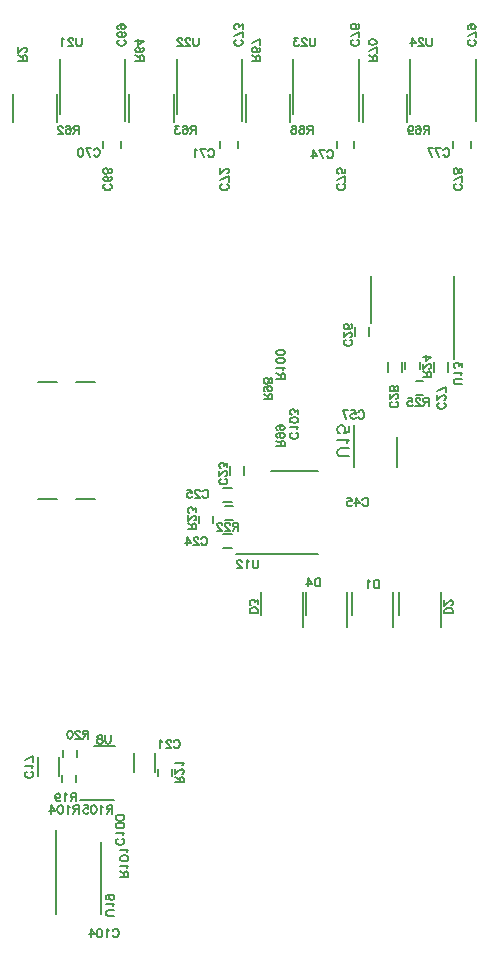
<source format=gbo>
%FSLAX46Y46*%
%MOMM*%
%ADD11C,0.150000*%
%ADD10C,0.153000*%
G01*
G01*
%LPD*%
D10*
X19570830Y36620832D02*
X19570830Y37320832D01*
D10*
X19270830Y37320832D02*
X19570830Y37320832D01*
D10*
X19170830Y37287496D02*
X19270830Y37320832D01*
D10*
X19137498Y37254164D02*
X19170830Y37287496D01*
D10*
X19104164Y37187496D02*
X19137498Y37254164D01*
D10*
X19104164Y37120832D02*
X19104164Y37187496D01*
D10*
X19137498Y37054164D02*
X19104164Y37120832D01*
D10*
X19170830Y37020832D02*
X19137498Y37054164D01*
D10*
X19270830Y36987496D02*
X19170830Y37020832D01*
D10*
X19570830Y36987496D02*
X19270830Y36987496D01*
D10*
X19104164Y36620832D02*
X19337498Y36987496D01*
D10*
X18870830Y37187496D02*
X18870830Y37154164D01*
D10*
X18837498Y37254164D02*
X18870830Y37187496D01*
D10*
X18804164Y37287496D02*
X18837498Y37254164D01*
D10*
X18737498Y37320832D02*
X18804164Y37287496D01*
D10*
X18604164Y37320832D02*
X18737498Y37320832D01*
D10*
X18537498Y37287496D02*
X18604164Y37320832D01*
D10*
X18504164Y37254164D02*
X18537498Y37287496D01*
D10*
X18470830Y37187496D02*
X18504164Y37254164D01*
D10*
X18470830Y37120832D02*
X18470830Y37187496D01*
D10*
X18504164Y37054164D02*
X18470830Y37120832D01*
D10*
X18570830Y36954164D02*
X18504164Y37054164D01*
D10*
X18904164Y36620832D02*
X18570830Y36954164D01*
D10*
X18437498Y36620832D02*
X18904164Y36620832D01*
D10*
X18204164Y37187496D02*
X18204164Y37154164D01*
D10*
X18170830Y37254164D02*
X18204164Y37187496D01*
D10*
X18137498Y37287496D02*
X18170830Y37254164D01*
D10*
X18070830Y37320832D02*
X18137498Y37287496D01*
D10*
X17937498Y37320832D02*
X18070830Y37320832D01*
D10*
X17870830Y37287496D02*
X17937498Y37320832D01*
D10*
X17837498Y37254164D02*
X17870830Y37287496D01*
D10*
X17804164Y37187496D02*
X17837498Y37254164D01*
D10*
X17804164Y37120832D02*
X17804164Y37187496D01*
D10*
X17837498Y37054164D02*
X17804164Y37120832D01*
D10*
X17904164Y36954164D02*
X17837498Y37054164D01*
D10*
X18237498Y36620832D02*
X17904164Y36954164D01*
D10*
X17770830Y36620832D02*
X18237498Y36620832D01*
D10*
X8796667Y18806666D02*
X8796667Y19306666D01*
D10*
X8763333Y18706666D02*
X8796667Y18806666D01*
D10*
X8696667Y18640000D02*
X8763333Y18706666D01*
D10*
X8596667Y18606666D02*
X8696667Y18640000D01*
D10*
X8530000Y18606666D02*
X8596667Y18606666D01*
D10*
X8430000Y18640000D02*
X8530000Y18606666D01*
D10*
X8363333Y18706666D02*
X8430000Y18640000D01*
D10*
X8330000Y18806666D02*
X8363333Y18706666D01*
D10*
X8330000Y19306666D02*
X8330000Y18806666D01*
D10*
X8030000Y19273334D02*
X7930000Y19306666D01*
D10*
X8063333Y19206666D02*
X8030000Y19273334D01*
D10*
X8063333Y19140000D02*
X8063333Y19206666D01*
D10*
X8030000Y19073334D02*
X8063333Y19140000D01*
D10*
X7963333Y19040000D02*
X8030000Y19073334D01*
D10*
X7830000Y19006666D02*
X7963333Y19040000D01*
D10*
X7730000Y18973334D02*
X7830000Y19006666D01*
D10*
X7663333Y18906666D02*
X7730000Y18973334D01*
D10*
X7630000Y18840000D02*
X7663333Y18906666D01*
D10*
X7630000Y18740000D02*
X7630000Y18840000D01*
D10*
X7663333Y18673334D02*
X7630000Y18740000D01*
D10*
X7696666Y18640000D02*
X7663333Y18673334D01*
D10*
X7796666Y18606666D02*
X7696666Y18640000D01*
D10*
X7930000Y18606666D02*
X7796666Y18606666D01*
D10*
X8030000Y18640000D02*
X7930000Y18606666D01*
D10*
X8063333Y18673334D02*
X8030000Y18640000D01*
D10*
X8096666Y18740000D02*
X8063333Y18673334D01*
D10*
X8096666Y18840000D02*
X8096666Y18740000D01*
D10*
X8063333Y18906666D02*
X8096666Y18840000D01*
D10*
X7996666Y18973334D02*
X8063333Y18906666D01*
D10*
X7896666Y19006666D02*
X7996666Y18973334D01*
D10*
X7763333Y19040000D02*
X7896666Y19006666D01*
D10*
X7696666Y19073334D02*
X7763333Y19040000D01*
D10*
X7663333Y19140000D02*
X7696666Y19073334D01*
D10*
X7663333Y19206666D02*
X7663333Y19140000D01*
D10*
X7696666Y19273334D02*
X7663333Y19206666D01*
D10*
X7796666Y19306666D02*
X7696666Y19273334D01*
D10*
X7930000Y19306666D02*
X7796666Y19306666D01*
D10*
X37037500Y47437492D02*
X36970832Y47470828D01*
D10*
X37104164Y47370828D02*
X37037500Y47437492D01*
D10*
X37137500Y47304160D02*
X37104164Y47370828D01*
D10*
X37137500Y47170828D02*
X37137500Y47304160D01*
D10*
X37104164Y47104160D02*
X37137500Y47170828D01*
D10*
X37037500Y47037492D02*
X37104164Y47104160D01*
D10*
X36970832Y47004160D02*
X37037500Y47037492D01*
D10*
X36870832Y46970828D02*
X36970832Y47004160D01*
D10*
X36704164Y46970828D02*
X36870832Y46970828D01*
D10*
X36604164Y47004160D02*
X36704164Y46970828D01*
D10*
X36537500Y47037492D02*
X36604164Y47004160D01*
D10*
X36470832Y47104160D02*
X36537500Y47037492D01*
D10*
X36437500Y47170828D02*
X36470832Y47104160D01*
D10*
X36437500Y47304160D02*
X36437500Y47170828D01*
D10*
X36470832Y47370828D02*
X36437500Y47304160D01*
D10*
X36537500Y47437492D02*
X36470832Y47370828D01*
D10*
X36604164Y47470828D02*
X36537500Y47437492D01*
D10*
X37004164Y47704160D02*
X36970832Y47704160D01*
D10*
X37070832Y47737492D02*
X37004164Y47704160D01*
D10*
X37104164Y47770828D02*
X37070832Y47737492D01*
D10*
X37137500Y47837492D02*
X37104164Y47770828D01*
D10*
X37137500Y47970828D02*
X37137500Y47837492D01*
D10*
X37104164Y48037492D02*
X37137500Y47970828D01*
D10*
X37070832Y48070828D02*
X37104164Y48037492D01*
D10*
X37004164Y48104160D02*
X37070832Y48070828D01*
D10*
X36937500Y48104160D02*
X37004164Y48104160D01*
D10*
X36870832Y48070828D02*
X36937500Y48104160D01*
D10*
X36770832Y48004160D02*
X36870832Y48070828D01*
D10*
X36437500Y47670828D02*
X36770832Y48004160D01*
D10*
X36437500Y48137492D02*
X36437500Y47670828D01*
D10*
X36437500Y48470828D02*
X37137500Y48804160D01*
D10*
X37137500Y48804160D02*
X37137500Y48337492D01*
D10*
X15320832Y36804164D02*
X16020832Y36804164D01*
D10*
X16020832Y37104164D02*
X16020832Y36804164D01*
D10*
X15987498Y37204164D02*
X16020832Y37104164D01*
D10*
X15954165Y37237496D02*
X15987498Y37204164D01*
D10*
X15887498Y37270832D02*
X15954165Y37237496D01*
D10*
X15820832Y37270832D02*
X15887498Y37270832D01*
D10*
X15754165Y37237496D02*
X15820832Y37270832D01*
D10*
X15720832Y37204164D02*
X15754165Y37237496D01*
D10*
X15687498Y37104164D02*
X15720832Y37204164D01*
D10*
X15687498Y36804164D02*
X15687498Y37104164D01*
D10*
X15320832Y37270832D02*
X15687498Y37037496D01*
D10*
X15887498Y37504164D02*
X15854165Y37504164D01*
D10*
X15954165Y37537496D02*
X15887498Y37504164D01*
D10*
X15987498Y37570832D02*
X15954165Y37537496D01*
D10*
X16020832Y37637496D02*
X15987498Y37570832D01*
D10*
X16020832Y37770832D02*
X16020832Y37637496D01*
D10*
X15987498Y37837496D02*
X16020832Y37770832D01*
D10*
X15954165Y37870832D02*
X15987498Y37837496D01*
D10*
X15887498Y37904164D02*
X15954165Y37870832D01*
D10*
X15820832Y37904164D02*
X15887498Y37904164D01*
D10*
X15754165Y37870832D02*
X15820832Y37904164D01*
D10*
X15654165Y37804164D02*
X15754165Y37870832D01*
D10*
X15320832Y37470832D02*
X15654165Y37804164D01*
D10*
X15320832Y37937496D02*
X15320832Y37470832D01*
D10*
X16020832Y38570832D02*
X16020832Y38204164D01*
D10*
X15754165Y38370832D02*
X16020832Y38570832D01*
D10*
X15754165Y38470832D02*
X15754165Y38370832D01*
D10*
X15720832Y38537496D02*
X15754165Y38470832D01*
D10*
X15687498Y38570832D02*
X15720832Y38537496D01*
D10*
X15587498Y38604164D02*
X15687498Y38570832D01*
D10*
X15520832Y38604164D02*
X15587498Y38604164D01*
D10*
X15420832Y38570832D02*
X15520832Y38604164D01*
D10*
X15354165Y38504164D02*
X15420832Y38570832D01*
D10*
X15320832Y38404164D02*
X15354165Y38504164D01*
D10*
X15320832Y38304164D02*
X15320832Y38404164D01*
D10*
X15354165Y38204164D02*
X15320832Y38304164D01*
D10*
X15387498Y38170832D02*
X15354165Y38204164D01*
D10*
X15454165Y38137496D02*
X15387498Y38170832D01*
D10*
X16000000Y70216664D02*
X16000000Y70916664D01*
D10*
X15700000Y70916664D02*
X16000000Y70916664D01*
D10*
X15600000Y70883336D02*
X15700000Y70916664D01*
D10*
X15566667Y70850000D02*
X15600000Y70883336D01*
D10*
X15533333Y70783336D02*
X15566667Y70850000D01*
D10*
X15533333Y70716664D02*
X15533333Y70783336D01*
D10*
X15566667Y70650000D02*
X15533333Y70716664D01*
D10*
X15600000Y70616664D02*
X15566667Y70650000D01*
D10*
X15700000Y70583336D02*
X15600000Y70616664D01*
D10*
X16000000Y70583336D02*
X15700000Y70583336D01*
D10*
X15533333Y70216664D02*
X15766667Y70583336D01*
D10*
X14933333Y70883336D02*
X14900000Y70816664D01*
D10*
X15033333Y70916664D02*
X14933333Y70883336D01*
D10*
X15100000Y70916664D02*
X15033333Y70916664D01*
D10*
X15200000Y70883336D02*
X15100000Y70916664D01*
D10*
X15266667Y70783336D02*
X15200000Y70883336D01*
D10*
X15300000Y70616664D02*
X15266667Y70783336D01*
D10*
X15300000Y70450000D02*
X15300000Y70616664D01*
D10*
X15266667Y70316664D02*
X15300000Y70450000D01*
D10*
X15200000Y70250000D02*
X15266667Y70316664D01*
D10*
X15100000Y70216664D02*
X15200000Y70250000D01*
D10*
X15066667Y70216664D02*
X15100000Y70216664D01*
D10*
X14966667Y70250000D02*
X15066667Y70216664D01*
D10*
X14900000Y70316664D02*
X14966667Y70250000D01*
D10*
X14866667Y70416664D02*
X14900000Y70316664D01*
D10*
X14866667Y70450000D02*
X14866667Y70416664D01*
D10*
X14900000Y70550000D02*
X14866667Y70450000D01*
D10*
X14966667Y70616664D02*
X14900000Y70550000D01*
D10*
X15066667Y70650000D02*
X14966667Y70616664D01*
D10*
X15100000Y70650000D02*
X15066667Y70650000D01*
D10*
X15200000Y70616664D02*
X15100000Y70650000D01*
D10*
X15266667Y70550000D02*
X15200000Y70616664D01*
D10*
X15300000Y70450000D02*
X15266667Y70550000D01*
D10*
X14233333Y70916664D02*
X14600000Y70916664D01*
D10*
X14433333Y70650000D02*
X14233333Y70916664D01*
D10*
X14333333Y70650000D02*
X14433333Y70650000D01*
D10*
X14266667Y70616664D02*
X14333333Y70650000D01*
D10*
X14233333Y70583336D02*
X14266667Y70616664D01*
D10*
X14200000Y70483336D02*
X14233333Y70583336D01*
D10*
X14200000Y70416664D02*
X14200000Y70483336D01*
D10*
X14233333Y70316664D02*
X14200000Y70416664D01*
D10*
X14300000Y70250000D02*
X14233333Y70316664D01*
D10*
X14400000Y70216664D02*
X14300000Y70250000D01*
D10*
X14500000Y70216664D02*
X14400000Y70216664D01*
D10*
X14600000Y70250000D02*
X14500000Y70216664D01*
D10*
X14633333Y70283336D02*
X14600000Y70250000D01*
D10*
X14666667Y70350000D02*
X14633333Y70283336D01*
D10*
X22816666Y43800000D02*
X23516666Y43800000D01*
D10*
X23516666Y44100000D02*
X23516666Y43800000D01*
D10*
X23483334Y44200000D02*
X23516666Y44100000D01*
D10*
X23450000Y44233332D02*
X23483334Y44200000D01*
D10*
X23383334Y44266668D02*
X23450000Y44233332D01*
D10*
X23316666Y44266668D02*
X23383334Y44266668D01*
D10*
X23250000Y44233332D02*
X23316666Y44266668D01*
D10*
X23216666Y44200000D02*
X23250000Y44233332D01*
D10*
X23183334Y44100000D02*
X23216666Y44200000D01*
D10*
X23183334Y43800000D02*
X23183334Y44100000D01*
D10*
X22816666Y44266668D02*
X23183334Y44033332D01*
D10*
X23183334Y44866668D02*
X23283334Y44900000D01*
D10*
X23116666Y44800000D02*
X23183334Y44866668D01*
D10*
X23083334Y44700000D02*
X23116666Y44800000D01*
D10*
X23083334Y44666668D02*
X23083334Y44700000D01*
D10*
X23116666Y44566668D02*
X23083334Y44666668D01*
D10*
X23183334Y44500000D02*
X23116666Y44566668D01*
D10*
X23283334Y44466668D02*
X23183334Y44500000D01*
D10*
X23316666Y44466668D02*
X23283334Y44466668D01*
D10*
X23416666Y44500000D02*
X23316666Y44466668D01*
D10*
X23483334Y44566668D02*
X23416666Y44500000D01*
D10*
X23516666Y44666668D02*
X23483334Y44566668D01*
D10*
X23516666Y44700000D02*
X23516666Y44666668D01*
D10*
X23483334Y44800000D02*
X23516666Y44700000D01*
D10*
X23416666Y44866668D02*
X23483334Y44800000D01*
D10*
X23283334Y44900000D02*
X23416666Y44866668D01*
D10*
X23116666Y44900000D02*
X23283334Y44900000D01*
D10*
X22950000Y44866668D02*
X23116666Y44900000D01*
D10*
X22850000Y44800000D02*
X22950000Y44866668D01*
D10*
X22816666Y44700000D02*
X22850000Y44800000D01*
D10*
X22816666Y44633332D02*
X22816666Y44700000D01*
D10*
X22850000Y44533332D02*
X22816666Y44633332D01*
D10*
X22916666Y44500000D02*
X22850000Y44533332D01*
D10*
X23183334Y45533332D02*
X23283334Y45566668D01*
D10*
X23116666Y45466668D02*
X23183334Y45533332D01*
D10*
X23083334Y45366668D02*
X23116666Y45466668D01*
D10*
X23083334Y45333332D02*
X23083334Y45366668D01*
D10*
X23116666Y45233332D02*
X23083334Y45333332D01*
D10*
X23183334Y45166668D02*
X23116666Y45233332D01*
D10*
X23283334Y45133332D02*
X23183334Y45166668D01*
D10*
X23316666Y45133332D02*
X23283334Y45133332D01*
D10*
X23416666Y45166668D02*
X23316666Y45133332D01*
D10*
X23483334Y45233332D02*
X23416666Y45166668D01*
D10*
X23516666Y45333332D02*
X23483334Y45233332D01*
D10*
X23516666Y45366668D02*
X23516666Y45333332D01*
D10*
X23483334Y45466668D02*
X23516666Y45366668D01*
D10*
X23416666Y45533332D02*
X23483334Y45466668D01*
D10*
X23283334Y45566668D02*
X23416666Y45533332D01*
D10*
X23116666Y45566668D02*
X23283334Y45566668D01*
D10*
X22950000Y45533332D02*
X23116666Y45566668D01*
D10*
X22850000Y45466668D02*
X22950000Y45533332D01*
D10*
X22816666Y45366668D02*
X22850000Y45466668D01*
D10*
X22816666Y45300000D02*
X22816666Y45366668D01*
D10*
X22850000Y45200000D02*
X22816666Y45300000D01*
D10*
X22916666Y45166668D02*
X22850000Y45200000D01*
D10*
X5866666Y13716667D02*
X5866666Y14416667D01*
D10*
X5566666Y14416667D02*
X5866666Y14416667D01*
D10*
X5466666Y14383333D02*
X5566666Y14416667D01*
D10*
X5433333Y14350000D02*
X5466666Y14383333D01*
D10*
X5400000Y14283333D02*
X5433333Y14350000D01*
D10*
X5400000Y14216667D02*
X5400000Y14283333D01*
D10*
X5433333Y14150000D02*
X5400000Y14216667D01*
D10*
X5466666Y14116667D02*
X5433333Y14150000D01*
D10*
X5566666Y14083333D02*
X5466666Y14116667D01*
D10*
X5866666Y14083333D02*
X5566666Y14083333D01*
D10*
X5400000Y13716667D02*
X5633333Y14083333D01*
D10*
X5033333Y14316667D02*
X5100000Y14283333D01*
D10*
X4933333Y14416667D02*
X5033333Y14316667D01*
D10*
X4933333Y13716667D02*
X4933333Y14416667D01*
D10*
X4133333Y14083333D02*
X4100000Y14183333D01*
D10*
X4200000Y14016667D02*
X4133333Y14083333D01*
D10*
X4300000Y13983333D02*
X4200000Y14016667D01*
D10*
X4333333Y13983333D02*
X4300000Y13983333D01*
D10*
X4433333Y14016667D02*
X4333333Y13983333D01*
D10*
X4500000Y14083333D02*
X4433333Y14016667D01*
D10*
X4533333Y14183333D02*
X4500000Y14083333D01*
D10*
X4533333Y14216667D02*
X4533333Y14183333D01*
D10*
X4500000Y14316667D02*
X4533333Y14216667D01*
D10*
X4433333Y14383333D02*
X4500000Y14316667D01*
D10*
X4333333Y14416667D02*
X4433333Y14383333D01*
D10*
X4300000Y14416667D02*
X4333333Y14416667D01*
D10*
X4200000Y14383333D02*
X4300000Y14416667D01*
D10*
X4133333Y14316667D02*
X4200000Y14383333D01*
D10*
X4100000Y14183333D02*
X4133333Y14316667D01*
D10*
X4100000Y14016667D02*
X4100000Y14183333D01*
D10*
X4133333Y13850000D02*
X4100000Y14016667D01*
D10*
X4200000Y13750000D02*
X4133333Y13850000D01*
D10*
X4300000Y13716667D02*
X4200000Y13750000D01*
D10*
X4366667Y13716667D02*
X4300000Y13716667D01*
D10*
X4466667Y13750000D02*
X4366667Y13716667D01*
D10*
X4500000Y13816667D02*
X4466667Y13750000D01*
D10*
X38037500Y49020828D02*
X38537500Y49020828D01*
D10*
X37937500Y49054160D02*
X38037500Y49020828D01*
D10*
X37870832Y49120828D02*
X37937500Y49054160D01*
D10*
X37837500Y49220828D02*
X37870832Y49120828D01*
D10*
X37837500Y49287492D02*
X37837500Y49220828D01*
D10*
X37870832Y49387492D02*
X37837500Y49287492D01*
D10*
X37937500Y49454160D02*
X37870832Y49387492D01*
D10*
X38037500Y49487492D02*
X37937500Y49454160D01*
D10*
X38537500Y49487492D02*
X38037500Y49487492D01*
D10*
X38437500Y49887492D02*
X38404164Y49820828D01*
D10*
X38537500Y49987492D02*
X38437500Y49887492D01*
D10*
X37837500Y49987492D02*
X38537500Y49987492D01*
D10*
X38537500Y50820828D02*
X38537500Y50454160D01*
D10*
X38270832Y50620828D02*
X38537500Y50820828D01*
D10*
X38270832Y50720828D02*
X38270832Y50620828D01*
D10*
X38237500Y50787492D02*
X38270832Y50720828D01*
D10*
X38204164Y50820828D02*
X38237500Y50787492D01*
D10*
X38104164Y50854160D02*
X38204164Y50820828D01*
D10*
X38037500Y50854160D02*
X38104164Y50854160D01*
D10*
X37937500Y50820828D02*
X38037500Y50854160D01*
D10*
X37870832Y50754160D02*
X37937500Y50820828D01*
D10*
X37837500Y50654160D02*
X37870832Y50754160D01*
D10*
X37837500Y50554160D02*
X37837500Y50654160D01*
D10*
X37870832Y50454160D02*
X37837500Y50554160D01*
D10*
X37904164Y50420828D02*
X37870832Y50454160D01*
D10*
X37970832Y50387492D02*
X37904164Y50420828D01*
D10*
X38416668Y65953332D02*
X38350000Y65986668D01*
D10*
X38483332Y65886668D02*
X38416668Y65953332D01*
D10*
X38516668Y65820000D02*
X38483332Y65886668D01*
D10*
X38516668Y65686668D02*
X38516668Y65820000D01*
D10*
X38483332Y65620000D02*
X38516668Y65686668D01*
D10*
X38416668Y65553332D02*
X38483332Y65620000D01*
D10*
X38350000Y65520000D02*
X38416668Y65553332D01*
D10*
X38250000Y65486668D02*
X38350000Y65520000D01*
D10*
X38083332Y65486668D02*
X38250000Y65486668D01*
D10*
X37983332Y65520000D02*
X38083332Y65486668D01*
D10*
X37916668Y65553332D02*
X37983332Y65520000D01*
D10*
X37850000Y65620000D02*
X37916668Y65553332D01*
D10*
X37816668Y65686668D02*
X37850000Y65620000D01*
D10*
X37816668Y65820000D02*
X37816668Y65686668D01*
D10*
X37850000Y65886668D02*
X37816668Y65820000D01*
D10*
X37916668Y65953332D02*
X37850000Y65886668D01*
D10*
X37983332Y65986668D02*
X37916668Y65953332D01*
D10*
X37816668Y66320000D02*
X38516668Y66653332D01*
D10*
X38516668Y66653332D02*
X38516668Y66186668D01*
D10*
X38483332Y66920000D02*
X38516668Y67020000D01*
D10*
X38416668Y66886668D02*
X38483332Y66920000D01*
D10*
X38350000Y66886668D02*
X38416668Y66886668D01*
D10*
X38283332Y66920000D02*
X38350000Y66886668D01*
D10*
X38250000Y66986668D02*
X38283332Y66920000D01*
D10*
X38216668Y67120000D02*
X38250000Y66986668D01*
D10*
X38183332Y67220000D02*
X38216668Y67120000D01*
D10*
X38116668Y67286664D02*
X38183332Y67220000D01*
D10*
X38050000Y67320000D02*
X38116668Y67286664D01*
D10*
X37950000Y67320000D02*
X38050000Y67320000D01*
D10*
X37883332Y67286664D02*
X37950000Y67320000D01*
D10*
X37850000Y67253336D02*
X37883332Y67286664D01*
D10*
X37816668Y67153336D02*
X37850000Y67253336D01*
D10*
X37816668Y67020000D02*
X37816668Y67153336D01*
D10*
X37850000Y66920000D02*
X37816668Y67020000D01*
D10*
X37883332Y66886668D02*
X37850000Y66920000D01*
D10*
X37950000Y66853332D02*
X37883332Y66886668D01*
D10*
X38050000Y66853332D02*
X37950000Y66853332D01*
D10*
X38116668Y66886668D02*
X38050000Y66853332D01*
D10*
X38183332Y66953332D02*
X38116668Y66886668D01*
D10*
X38216668Y67053332D02*
X38183332Y66953332D01*
D10*
X38250000Y67186664D02*
X38216668Y67053332D01*
D10*
X38283332Y67253336D02*
X38250000Y67186664D01*
D10*
X38350000Y67286664D02*
X38283332Y67253336D01*
D10*
X38416668Y67286664D02*
X38350000Y67286664D01*
D10*
X38483332Y67253336D02*
X38416668Y67286664D01*
D10*
X38516668Y67153336D02*
X38483332Y67253336D01*
D10*
X38516668Y67020000D02*
X38516668Y67153336D01*
D10*
X21287498Y33645832D02*
X21287498Y34145832D01*
D10*
X21254164Y33545830D02*
X21287498Y33645832D01*
D10*
X21187498Y33479164D02*
X21254164Y33545830D01*
D10*
X21087498Y33445830D02*
X21187498Y33479164D01*
D10*
X21020830Y33445830D02*
X21087498Y33445830D01*
D10*
X20920830Y33479164D02*
X21020830Y33445830D01*
D10*
X20854164Y33545830D02*
X20920830Y33479164D01*
D10*
X20820830Y33645832D02*
X20854164Y33545830D01*
D10*
X20820830Y34145832D02*
X20820830Y33645832D01*
D10*
X20420830Y34045832D02*
X20487498Y34012496D01*
D10*
X20320830Y34145832D02*
X20420830Y34045832D01*
D10*
X20320830Y33445830D02*
X20320830Y34145832D01*
D10*
X19887498Y34012496D02*
X19887498Y33979164D01*
D10*
X19854164Y34079164D02*
X19887498Y34012496D01*
D10*
X19820830Y34112496D02*
X19854164Y34079164D01*
D10*
X19754164Y34145832D02*
X19820830Y34112496D01*
D10*
X19620830Y34145832D02*
X19754164Y34145832D01*
D10*
X19554164Y34112496D02*
X19620830Y34145832D01*
D10*
X19520830Y34079164D02*
X19554164Y34112496D01*
D10*
X19487498Y34012496D02*
X19520830Y34079164D01*
D10*
X19487498Y33945832D02*
X19487498Y34012496D01*
D10*
X19520830Y33879164D02*
X19487498Y33945832D01*
D10*
X19587498Y33779164D02*
X19520830Y33879164D01*
D10*
X19920830Y33445830D02*
X19587498Y33779164D01*
D10*
X19454164Y33445830D02*
X19920830Y33445830D01*
D10*
X39601668Y78171664D02*
X39535000Y78205000D01*
D10*
X39668332Y78105000D02*
X39601668Y78171664D01*
D10*
X39701668Y78038336D02*
X39668332Y78105000D01*
D10*
X39701668Y77905000D02*
X39701668Y78038336D01*
D10*
X39668332Y77838336D02*
X39701668Y77905000D01*
D10*
X39601668Y77771664D02*
X39668332Y77838336D01*
D10*
X39535000Y77738336D02*
X39601668Y77771664D01*
D10*
X39435000Y77705000D02*
X39535000Y77738336D01*
D10*
X39268332Y77705000D02*
X39435000Y77705000D01*
D10*
X39168332Y77738336D02*
X39268332Y77705000D01*
D10*
X39101668Y77771664D02*
X39168332Y77738336D01*
D10*
X39035000Y77838336D02*
X39101668Y77771664D01*
D10*
X39001668Y77905000D02*
X39035000Y77838336D01*
D10*
X39001668Y78038336D02*
X39001668Y77905000D01*
D10*
X39035000Y78105000D02*
X39001668Y78038336D01*
D10*
X39101668Y78171664D02*
X39035000Y78105000D01*
D10*
X39168332Y78205000D02*
X39101668Y78171664D01*
D10*
X39001668Y78538336D02*
X39701668Y78871664D01*
D10*
X39701668Y78871664D02*
X39701668Y78405000D01*
D10*
X39368332Y79471664D02*
X39468332Y79505000D01*
D10*
X39301668Y79405000D02*
X39368332Y79471664D01*
D10*
X39268332Y79305000D02*
X39301668Y79405000D01*
D10*
X39268332Y79271664D02*
X39268332Y79305000D01*
D10*
X39301668Y79171664D02*
X39268332Y79271664D01*
D10*
X39368332Y79105000D02*
X39301668Y79171664D01*
D10*
X39468332Y79071664D02*
X39368332Y79105000D01*
D10*
X39501668Y79071664D02*
X39468332Y79071664D01*
D10*
X39601668Y79105000D02*
X39501668Y79071664D01*
D10*
X39668332Y79171664D02*
X39601668Y79105000D01*
D10*
X39701668Y79271664D02*
X39668332Y79171664D01*
D10*
X39701668Y79305000D02*
X39701668Y79271664D01*
D10*
X39668332Y79405000D02*
X39701668Y79305000D01*
D10*
X39601668Y79471664D02*
X39668332Y79405000D01*
D10*
X39468332Y79505000D02*
X39601668Y79471664D01*
D10*
X39301668Y79505000D02*
X39468332Y79505000D01*
D10*
X39135000Y79471664D02*
X39301668Y79505000D01*
D10*
X39035000Y79405000D02*
X39135000Y79471664D01*
D10*
X39001668Y79305000D02*
X39035000Y79405000D01*
D10*
X39001668Y79238336D02*
X39001668Y79305000D01*
D10*
X39035000Y79138336D02*
X39001668Y79238336D01*
D10*
X39101668Y79105000D02*
X39035000Y79138336D01*
D10*
X26108334Y77866664D02*
X26108334Y78366664D01*
D10*
X26075000Y77766664D02*
X26108334Y77866664D01*
D10*
X26008334Y77700000D02*
X26075000Y77766664D01*
D10*
X25908334Y77666664D02*
X26008334Y77700000D01*
D10*
X25841666Y77666664D02*
X25908334Y77666664D01*
D10*
X25741666Y77700000D02*
X25841666Y77666664D01*
D10*
X25675000Y77766664D02*
X25741666Y77700000D01*
D10*
X25641666Y77866664D02*
X25675000Y77766664D01*
D10*
X25641666Y78366664D02*
X25641666Y77866664D01*
D10*
X25375000Y78233336D02*
X25375000Y78200000D01*
D10*
X25341666Y78300000D02*
X25375000Y78233336D01*
D10*
X25308334Y78333336D02*
X25341666Y78300000D01*
D10*
X25241666Y78366664D02*
X25308334Y78333336D01*
D10*
X25108334Y78366664D02*
X25241666Y78366664D01*
D10*
X25041666Y78333336D02*
X25108334Y78366664D01*
D10*
X25008334Y78300000D02*
X25041666Y78333336D01*
D10*
X24975000Y78233336D02*
X25008334Y78300000D01*
D10*
X24975000Y78166664D02*
X24975000Y78233336D01*
D10*
X25008334Y78100000D02*
X24975000Y78166664D01*
D10*
X25075000Y78000000D02*
X25008334Y78100000D01*
D10*
X25408334Y77666664D02*
X25075000Y78000000D01*
D10*
X24941666Y77666664D02*
X25408334Y77666664D01*
D10*
X24308334Y78366664D02*
X24675000Y78366664D01*
D10*
X24508334Y78100000D02*
X24308334Y78366664D01*
D10*
X24408334Y78100000D02*
X24508334Y78100000D01*
D10*
X24341666Y78066664D02*
X24408334Y78100000D01*
D10*
X24308334Y78033336D02*
X24341666Y78066664D01*
D10*
X24275000Y77933336D02*
X24308334Y78033336D01*
D10*
X24275000Y77866664D02*
X24275000Y77933336D01*
D10*
X24308334Y77766664D02*
X24275000Y77866664D01*
D10*
X24375000Y77700000D02*
X24308334Y77766664D01*
D10*
X24475000Y77666664D02*
X24375000Y77700000D01*
D10*
X24575000Y77666664D02*
X24475000Y77666664D01*
D10*
X24675000Y77700000D02*
X24575000Y77666664D01*
D10*
X24708334Y77733336D02*
X24675000Y77700000D01*
D10*
X24741666Y77800000D02*
X24708334Y77733336D01*
D10*
X35983332Y77866664D02*
X35983332Y78366664D01*
D10*
X35950000Y77766664D02*
X35983332Y77866664D01*
D10*
X35883332Y77700000D02*
X35950000Y77766664D01*
D10*
X35783332Y77666664D02*
X35883332Y77700000D01*
D10*
X35716668Y77666664D02*
X35783332Y77666664D01*
D10*
X35616668Y77700000D02*
X35716668Y77666664D01*
D10*
X35550000Y77766664D02*
X35616668Y77700000D01*
D10*
X35516668Y77866664D02*
X35550000Y77766664D01*
D10*
X35516668Y78366664D02*
X35516668Y77866664D01*
D10*
X35250000Y78233336D02*
X35250000Y78200000D01*
D10*
X35216668Y78300000D02*
X35250000Y78233336D01*
D10*
X35183332Y78333336D02*
X35216668Y78300000D01*
D10*
X35116668Y78366664D02*
X35183332Y78333336D01*
D10*
X34983332Y78366664D02*
X35116668Y78366664D01*
D10*
X34916668Y78333336D02*
X34983332Y78366664D01*
D10*
X34883332Y78300000D02*
X34916668Y78333336D01*
D10*
X34850000Y78233336D02*
X34883332Y78300000D01*
D10*
X34850000Y78166664D02*
X34850000Y78233336D01*
D10*
X34883332Y78100000D02*
X34850000Y78166664D01*
D10*
X34950000Y78000000D02*
X34883332Y78100000D01*
D10*
X35283332Y77666664D02*
X34950000Y78000000D01*
D10*
X34816668Y77666664D02*
X35283332Y77666664D01*
D10*
X34616668Y77900000D02*
X34283332Y78366664D01*
D10*
X34116668Y77900000D02*
X34616668Y77900000D01*
D10*
X34283332Y77666664D02*
X34283332Y78366664D01*
D10*
X9951666Y78171664D02*
X9884999Y78205000D01*
D10*
X10018332Y78105000D02*
X9951666Y78171664D01*
D10*
X10051666Y78038336D02*
X10018332Y78105000D01*
D10*
X10051666Y77905000D02*
X10051666Y78038336D01*
D10*
X10018332Y77838336D02*
X10051666Y77905000D01*
D10*
X9951666Y77771664D02*
X10018332Y77838336D01*
D10*
X9884999Y77738336D02*
X9951666Y77771664D01*
D10*
X9784999Y77705000D02*
X9884999Y77738336D01*
D10*
X9618332Y77705000D02*
X9784999Y77705000D01*
D10*
X9518332Y77738336D02*
X9618332Y77705000D01*
D10*
X9451666Y77771664D02*
X9518332Y77738336D01*
D10*
X9384999Y77838336D02*
X9451666Y77771664D01*
D10*
X9351666Y77905000D02*
X9384999Y77838336D01*
D10*
X9351666Y78038336D02*
X9351666Y77905000D01*
D10*
X9384999Y78105000D02*
X9351666Y78038336D01*
D10*
X9451666Y78171664D02*
X9384999Y78105000D01*
D10*
X9518332Y78205000D02*
X9451666Y78171664D01*
D10*
X10018332Y78805000D02*
X9951666Y78838336D01*
D10*
X10051666Y78705000D02*
X10018332Y78805000D01*
D10*
X10051666Y78638336D02*
X10051666Y78705000D01*
D10*
X10018332Y78538336D02*
X10051666Y78638336D01*
D10*
X9918332Y78471664D02*
X10018332Y78538336D01*
D10*
X9751666Y78438336D02*
X9918332Y78471664D01*
D10*
X9584999Y78438336D02*
X9751666Y78438336D01*
D10*
X9451666Y78471664D02*
X9584999Y78438336D01*
D10*
X9384999Y78538336D02*
X9451666Y78471664D01*
D10*
X9351666Y78638336D02*
X9384999Y78538336D01*
D10*
X9351666Y78671664D02*
X9351666Y78638336D01*
D10*
X9384999Y78771664D02*
X9351666Y78671664D01*
D10*
X9451666Y78838336D02*
X9384999Y78771664D01*
D10*
X9551666Y78871664D02*
X9451666Y78838336D01*
D10*
X9584999Y78871664D02*
X9551666Y78871664D01*
D10*
X9684999Y78838336D02*
X9584999Y78871664D01*
D10*
X9751666Y78771664D02*
X9684999Y78838336D01*
D10*
X9784999Y78671664D02*
X9751666Y78771664D01*
D10*
X9784999Y78638336D02*
X9784999Y78671664D01*
D10*
X9751666Y78538336D02*
X9784999Y78638336D01*
D10*
X9684999Y78471664D02*
X9751666Y78538336D01*
D10*
X9584999Y78438336D02*
X9684999Y78471664D01*
D10*
X9718332Y79471664D02*
X9818332Y79505000D01*
D10*
X9651666Y79405000D02*
X9718332Y79471664D01*
D10*
X9618332Y79305000D02*
X9651666Y79405000D01*
D10*
X9618332Y79271664D02*
X9618332Y79305000D01*
D10*
X9651666Y79171664D02*
X9618332Y79271664D01*
D10*
X9718332Y79105000D02*
X9651666Y79171664D01*
D10*
X9818332Y79071664D02*
X9718332Y79105000D01*
D10*
X9851666Y79071664D02*
X9818332Y79071664D01*
D10*
X9951666Y79105000D02*
X9851666Y79071664D01*
D10*
X10018332Y79171664D02*
X9951666Y79105000D01*
D10*
X10051666Y79271664D02*
X10018332Y79171664D01*
D10*
X10051666Y79305000D02*
X10051666Y79271664D01*
D10*
X10018332Y79405000D02*
X10051666Y79305000D01*
D10*
X9951666Y79471664D02*
X10018332Y79405000D01*
D10*
X9818332Y79505000D02*
X9951666Y79471664D01*
D10*
X9651666Y79505000D02*
X9818332Y79505000D01*
D10*
X9484999Y79471664D02*
X9651666Y79505000D01*
D10*
X9384999Y79405000D02*
X9484999Y79471664D01*
D10*
X9351666Y79305000D02*
X9384999Y79405000D01*
D10*
X9351666Y79238336D02*
X9351666Y79305000D01*
D10*
X9384999Y79138336D02*
X9351666Y79238336D01*
D10*
X9451666Y79105000D02*
X9384999Y79138336D01*
D10*
X25875000Y70216664D02*
X25875000Y70916664D01*
D10*
X25575000Y70916664D02*
X25875000Y70916664D01*
D10*
X25475000Y70883336D02*
X25575000Y70916664D01*
D10*
X25441666Y70850000D02*
X25475000Y70883336D01*
D10*
X25408334Y70783336D02*
X25441666Y70850000D01*
D10*
X25408334Y70716664D02*
X25408334Y70783336D01*
D10*
X25441666Y70650000D02*
X25408334Y70716664D01*
D10*
X25475000Y70616664D02*
X25441666Y70650000D01*
D10*
X25575000Y70583336D02*
X25475000Y70616664D01*
D10*
X25875000Y70583336D02*
X25575000Y70583336D01*
D10*
X25408334Y70216664D02*
X25641666Y70583336D01*
D10*
X24808334Y70883336D02*
X24775000Y70816664D01*
D10*
X24908334Y70916664D02*
X24808334Y70883336D01*
D10*
X24975000Y70916664D02*
X24908334Y70916664D01*
D10*
X25075000Y70883336D02*
X24975000Y70916664D01*
D10*
X25141666Y70783336D02*
X25075000Y70883336D01*
D10*
X25175000Y70616664D02*
X25141666Y70783336D01*
D10*
X25175000Y70450000D02*
X25175000Y70616664D01*
D10*
X25141666Y70316664D02*
X25175000Y70450000D01*
D10*
X25075000Y70250000D02*
X25141666Y70316664D01*
D10*
X24975000Y70216664D02*
X25075000Y70250000D01*
D10*
X24941666Y70216664D02*
X24975000Y70216664D01*
D10*
X24841666Y70250000D02*
X24941666Y70216664D01*
D10*
X24775000Y70316664D02*
X24841666Y70250000D01*
D10*
X24741666Y70416664D02*
X24775000Y70316664D01*
D10*
X24741666Y70450000D02*
X24741666Y70416664D01*
D10*
X24775000Y70550000D02*
X24741666Y70450000D01*
D10*
X24841666Y70616664D02*
X24775000Y70550000D01*
D10*
X24941666Y70650000D02*
X24841666Y70616664D01*
D10*
X24975000Y70650000D02*
X24941666Y70650000D01*
D10*
X25075000Y70616664D02*
X24975000Y70650000D01*
D10*
X25141666Y70550000D02*
X25075000Y70616664D01*
D10*
X25175000Y70450000D02*
X25141666Y70550000D01*
D10*
X24141666Y70883336D02*
X24108334Y70816664D01*
D10*
X24241666Y70916664D02*
X24141666Y70883336D01*
D10*
X24308334Y70916664D02*
X24241666Y70916664D01*
D10*
X24408334Y70883336D02*
X24308334Y70916664D01*
D10*
X24475000Y70783336D02*
X24408334Y70883336D01*
D10*
X24508334Y70616664D02*
X24475000Y70783336D01*
D10*
X24508334Y70450000D02*
X24508334Y70616664D01*
D10*
X24475000Y70316664D02*
X24508334Y70450000D01*
D10*
X24408334Y70250000D02*
X24475000Y70316664D01*
D10*
X24308334Y70216664D02*
X24408334Y70250000D01*
D10*
X24275000Y70216664D02*
X24308334Y70216664D01*
D10*
X24175000Y70250000D02*
X24275000Y70216664D01*
D10*
X24108334Y70316664D02*
X24175000Y70250000D01*
D10*
X24075000Y70416664D02*
X24108334Y70316664D01*
D10*
X24075000Y70450000D02*
X24075000Y70416664D01*
D10*
X24108334Y70550000D02*
X24075000Y70450000D01*
D10*
X24175000Y70616664D02*
X24108334Y70550000D01*
D10*
X24275000Y70650000D02*
X24175000Y70616664D01*
D10*
X24308334Y70650000D02*
X24275000Y70650000D01*
D10*
X24408334Y70616664D02*
X24308334Y70650000D01*
D10*
X24475000Y70550000D02*
X24408334Y70616664D01*
D10*
X24508334Y70450000D02*
X24475000Y70550000D01*
D10*
X28541666Y65953332D02*
X28475000Y65986668D01*
D10*
X28608334Y65886668D02*
X28541666Y65953332D01*
D10*
X28641666Y65820000D02*
X28608334Y65886668D01*
D10*
X28641666Y65686668D02*
X28641666Y65820000D01*
D10*
X28608334Y65620000D02*
X28641666Y65686668D01*
D10*
X28541666Y65553332D02*
X28608334Y65620000D01*
D10*
X28475000Y65520000D02*
X28541666Y65553332D01*
D10*
X28375000Y65486668D02*
X28475000Y65520000D01*
D10*
X28208334Y65486668D02*
X28375000Y65486668D01*
D10*
X28108334Y65520000D02*
X28208334Y65486668D01*
D10*
X28041666Y65553332D02*
X28108334Y65520000D01*
D10*
X27975000Y65620000D02*
X28041666Y65553332D01*
D10*
X27941666Y65686668D02*
X27975000Y65620000D01*
D10*
X27941666Y65820000D02*
X27941666Y65686668D01*
D10*
X27975000Y65886668D02*
X27941666Y65820000D01*
D10*
X28041666Y65953332D02*
X27975000Y65886668D01*
D10*
X28108334Y65986668D02*
X28041666Y65953332D01*
D10*
X27941666Y66320000D02*
X28641666Y66653332D01*
D10*
X28641666Y66653332D02*
X28641666Y66186668D01*
D10*
X28641666Y66920000D02*
X28641666Y67253336D01*
D10*
X28341666Y66886668D02*
X28641666Y66920000D01*
D10*
X28375000Y66920000D02*
X28341666Y66886668D01*
D10*
X28408334Y67020000D02*
X28375000Y66920000D01*
D10*
X28408334Y67120000D02*
X28408334Y67020000D01*
D10*
X28375000Y67220000D02*
X28408334Y67120000D01*
D10*
X28308334Y67286664D02*
X28375000Y67220000D01*
D10*
X28208334Y67320000D02*
X28308334Y67286664D01*
D10*
X28141666Y67320000D02*
X28208334Y67320000D01*
D10*
X28041666Y67286664D02*
X28141666Y67320000D01*
D10*
X27975000Y67220000D02*
X28041666Y67286664D01*
D10*
X27941666Y67120000D02*
X27975000Y67220000D01*
D10*
X27941666Y67020000D02*
X27941666Y67120000D01*
D10*
X27975000Y66920000D02*
X27941666Y67020000D01*
D10*
X28008334Y66886668D02*
X27975000Y66920000D01*
D10*
X28075000Y66853332D02*
X28008334Y66886668D01*
D10*
X24566650Y44876668D02*
X24499984Y44910000D01*
D10*
X24633318Y44810000D02*
X24566650Y44876668D01*
D10*
X24666650Y44743332D02*
X24633318Y44810000D01*
D10*
X24666650Y44610000D02*
X24666650Y44743332D01*
D10*
X24633318Y44543332D02*
X24666650Y44610000D01*
D10*
X24566650Y44476668D02*
X24633318Y44543332D01*
D10*
X24499984Y44443332D02*
X24566650Y44476668D01*
D10*
X24399984Y44410000D02*
X24499984Y44443332D01*
D10*
X24233318Y44410000D02*
X24399984Y44410000D01*
D10*
X24133318Y44443332D02*
X24233318Y44410000D01*
D10*
X24066650Y44476668D02*
X24133318Y44443332D01*
D10*
X23999984Y44543332D02*
X24066650Y44476668D01*
D10*
X23966650Y44610000D02*
X23999984Y44543332D01*
D10*
X23966650Y44743332D02*
X23966650Y44610000D01*
D10*
X23999984Y44810000D02*
X23966650Y44743332D01*
D10*
X24066650Y44876668D02*
X23999984Y44810000D01*
D10*
X24133318Y44910000D02*
X24066650Y44876668D01*
D10*
X24566650Y45276668D02*
X24533318Y45210000D01*
D10*
X24666650Y45376668D02*
X24566650Y45276668D01*
D10*
X23966650Y45376668D02*
X24666650Y45376668D01*
D10*
X24633318Y45876668D02*
X24666650Y45976668D01*
D10*
X24533318Y45810000D02*
X24633318Y45876668D01*
D10*
X24366650Y45776668D02*
X24533318Y45810000D01*
D10*
X24266650Y45776668D02*
X24366650Y45776668D01*
D10*
X24099984Y45810000D02*
X24266650Y45776668D01*
D10*
X23999984Y45876668D02*
X24099984Y45810000D01*
D10*
X23966650Y45976668D02*
X23999984Y45876668D01*
D10*
X23966650Y46043332D02*
X23966650Y45976668D01*
D10*
X23999984Y46143332D02*
X23966650Y46043332D01*
D10*
X24099984Y46210000D02*
X23999984Y46143332D01*
D10*
X24266650Y46243332D02*
X24099984Y46210000D01*
D10*
X24366650Y46243332D02*
X24266650Y46243332D01*
D10*
X24533318Y46210000D02*
X24366650Y46243332D01*
D10*
X24633318Y46143332D02*
X24533318Y46210000D01*
D10*
X24666650Y46043332D02*
X24633318Y46143332D01*
D10*
X24666650Y45976668D02*
X24666650Y46043332D01*
D10*
X24666650Y46876668D02*
X24666650Y46510000D01*
D10*
X24399984Y46676668D02*
X24666650Y46876668D01*
D10*
X24399984Y46776668D02*
X24399984Y46676668D01*
D10*
X24366650Y46843332D02*
X24399984Y46776668D01*
D10*
X24333318Y46876668D02*
X24366650Y46843332D01*
D10*
X24233318Y46910000D02*
X24333318Y46876668D01*
D10*
X24166650Y46910000D02*
X24233318Y46910000D01*
D10*
X24066650Y46876668D02*
X24166650Y46910000D01*
D10*
X23999984Y46810000D02*
X24066650Y46876668D01*
D10*
X23966650Y46710000D02*
X23999984Y46810000D01*
D10*
X23966650Y46610000D02*
X23966650Y46710000D01*
D10*
X23999984Y46510000D02*
X23966650Y46610000D01*
D10*
X24033318Y46476668D02*
X23999984Y46510000D01*
D10*
X24099984Y46443332D02*
X24033318Y46476668D01*
D10*
X29783334Y46716668D02*
X29750000Y46650000D01*
D10*
X29850000Y46783332D02*
X29783334Y46716668D01*
D10*
X29916666Y46816668D02*
X29850000Y46783332D01*
D10*
X30050000Y46816668D02*
X29916666Y46816668D01*
D10*
X30116666Y46783332D02*
X30050000Y46816668D01*
D10*
X30183334Y46716668D02*
X30116666Y46783332D01*
D10*
X30216666Y46650000D02*
X30183334Y46716668D01*
D10*
X30250000Y46550000D02*
X30216666Y46650000D01*
D10*
X30250000Y46383332D02*
X30250000Y46550000D01*
D10*
X30216666Y46283332D02*
X30250000Y46383332D01*
D10*
X30183334Y46216668D02*
X30216666Y46283332D01*
D10*
X30116666Y46150000D02*
X30183334Y46216668D01*
D10*
X30050000Y46116668D02*
X30116666Y46150000D01*
D10*
X29916666Y46116668D02*
X30050000Y46116668D01*
D10*
X29850000Y46150000D02*
X29916666Y46116668D01*
D10*
X29783334Y46216668D02*
X29850000Y46150000D01*
D10*
X29750000Y46283332D02*
X29783334Y46216668D01*
D10*
X29483334Y46816668D02*
X29150000Y46816668D01*
D10*
X29516666Y46516668D02*
X29483334Y46816668D01*
D10*
X29483334Y46550000D02*
X29516666Y46516668D01*
D10*
X29383334Y46583332D02*
X29483334Y46550000D01*
D10*
X29283334Y46583332D02*
X29383334Y46583332D01*
D10*
X29183334Y46550000D02*
X29283334Y46583332D01*
D10*
X29116666Y46483332D02*
X29183334Y46550000D01*
D10*
X29083334Y46383332D02*
X29116666Y46483332D01*
D10*
X29083334Y46316668D02*
X29083334Y46383332D01*
D10*
X29116666Y46216668D02*
X29083334Y46316668D01*
D10*
X29183334Y46150000D02*
X29116666Y46216668D01*
D10*
X29283334Y46116668D02*
X29183334Y46150000D01*
D10*
X29383334Y46116668D02*
X29283334Y46116668D01*
D10*
X29483334Y46150000D02*
X29383334Y46116668D01*
D10*
X29516666Y46183332D02*
X29483334Y46150000D01*
D10*
X29550000Y46250000D02*
X29516666Y46183332D01*
D10*
X28750000Y46116668D02*
X28416666Y46816668D01*
D10*
X28416666Y46816668D02*
X28883334Y46816668D01*
D10*
X31513332Y31766666D02*
X31513332Y32466666D01*
D10*
X31279998Y32466666D02*
X31513332Y32466666D01*
D10*
X31179998Y32433334D02*
X31279998Y32466666D01*
D10*
X31113332Y32366666D02*
X31179998Y32433334D01*
D10*
X31079998Y32300000D02*
X31113332Y32366666D01*
D10*
X31046664Y32200000D02*
X31079998Y32300000D01*
D10*
X31046664Y32033334D02*
X31046664Y32200000D01*
D10*
X31079998Y31933334D02*
X31046664Y32033334D01*
D10*
X31113332Y31866666D02*
X31079998Y31933334D01*
D10*
X31179998Y31800000D02*
X31113332Y31866666D01*
D10*
X31279998Y31766666D02*
X31179998Y31800000D01*
D10*
X31513332Y31766666D02*
X31279998Y31766666D01*
D10*
X30679998Y32366666D02*
X30746664Y32333334D01*
D10*
X30579998Y32466666D02*
X30679998Y32366666D01*
D10*
X30579998Y31766666D02*
X30579998Y32466666D01*
D10*
X8924998Y12675000D02*
X8924998Y13375000D01*
D10*
X8624998Y13375000D02*
X8924998Y13375000D01*
D10*
X8524998Y13341666D02*
X8624998Y13375000D01*
D10*
X8491664Y13308333D02*
X8524998Y13341666D01*
D10*
X8458331Y13241666D02*
X8491664Y13308333D01*
D10*
X8458331Y13175000D02*
X8458331Y13241666D01*
D10*
X8491664Y13108333D02*
X8458331Y13175000D01*
D10*
X8524998Y13075000D02*
X8491664Y13108333D01*
D10*
X8624998Y13041666D02*
X8524998Y13075000D01*
D10*
X8924998Y13041666D02*
X8624998Y13041666D01*
D10*
X8458331Y12675000D02*
X8691664Y13041666D01*
D10*
X8091664Y13275000D02*
X8158331Y13241666D01*
D10*
X7991664Y13375000D02*
X8091664Y13275000D01*
D10*
X7991664Y12675000D02*
X7991664Y13375000D01*
D10*
X7491664Y13341666D02*
X7391664Y13375000D01*
D10*
X7558331Y13241666D02*
X7491664Y13341666D01*
D10*
X7591664Y13075000D02*
X7558331Y13241666D01*
D10*
X7591664Y12975000D02*
X7591664Y13075000D01*
D10*
X7558331Y12808333D02*
X7591664Y12975000D01*
D10*
X7491664Y12708333D02*
X7558331Y12808333D01*
D10*
X7391664Y12675000D02*
X7491664Y12708333D01*
D10*
X7324997Y12675000D02*
X7391664Y12675000D01*
D10*
X7224997Y12708333D02*
X7324997Y12675000D01*
D10*
X7158331Y12808333D02*
X7224997Y12708333D01*
D10*
X7124997Y12975000D02*
X7158331Y12808333D01*
D10*
X7124997Y13075000D02*
X7124997Y12975000D01*
D10*
X7158331Y13241666D02*
X7124997Y13075000D01*
D10*
X7224997Y13341666D02*
X7158331Y13241666D01*
D10*
X7324997Y13375000D02*
X7224997Y13341666D01*
D10*
X7391664Y13375000D02*
X7324997Y13375000D01*
D10*
X6858331Y13375000D02*
X6524997Y13375000D01*
D10*
X6891664Y13075000D02*
X6858331Y13375000D01*
D10*
X6858331Y13108333D02*
X6891664Y13075000D01*
D10*
X6758331Y13141666D02*
X6858331Y13108333D01*
D10*
X6658331Y13141666D02*
X6758331Y13141666D01*
D10*
X6558331Y13108333D02*
X6658331Y13141666D01*
D10*
X6491664Y13041666D02*
X6558331Y13108333D01*
D10*
X6458331Y12941666D02*
X6491664Y13041666D01*
D10*
X6458331Y12875000D02*
X6458331Y12941666D01*
D10*
X6491664Y12775000D02*
X6458331Y12875000D01*
D10*
X6558331Y12708333D02*
X6491664Y12775000D01*
D10*
X6658331Y12675000D02*
X6558331Y12708333D01*
D10*
X6758331Y12675000D02*
X6658331Y12675000D01*
D10*
X6858331Y12708333D02*
X6758331Y12675000D01*
D10*
X6891664Y12741666D02*
X6858331Y12708333D01*
D10*
X6924997Y12808333D02*
X6891664Y12741666D01*
D10*
X30133334Y39316668D02*
X30100000Y39250000D01*
D10*
X30200000Y39383332D02*
X30133334Y39316668D01*
D10*
X30266666Y39416668D02*
X30200000Y39383332D01*
D10*
X30400000Y39416668D02*
X30266666Y39416668D01*
D10*
X30466666Y39383332D02*
X30400000Y39416668D01*
D10*
X30533334Y39316668D02*
X30466666Y39383332D01*
D10*
X30566666Y39250000D02*
X30533334Y39316668D01*
D10*
X30600000Y39150000D02*
X30566666Y39250000D01*
D10*
X30600000Y38983332D02*
X30600000Y39150000D01*
D10*
X30566666Y38883332D02*
X30600000Y38983332D01*
D10*
X30533334Y38816668D02*
X30566666Y38883332D01*
D10*
X30466666Y38750000D02*
X30533334Y38816668D01*
D10*
X30400000Y38716668D02*
X30466666Y38750000D01*
D10*
X30266666Y38716668D02*
X30400000Y38716668D01*
D10*
X30200000Y38750000D02*
X30266666Y38716668D01*
D10*
X30133334Y38816668D02*
X30200000Y38750000D01*
D10*
X30100000Y38883332D02*
X30133334Y38816668D01*
D10*
X29900000Y38950000D02*
X29566666Y39416668D01*
D10*
X29400000Y38950000D02*
X29900000Y38950000D01*
D10*
X29566666Y38716668D02*
X29566666Y39416668D01*
D10*
X29166666Y39416668D02*
X28833334Y39416668D01*
D10*
X29200000Y39116668D02*
X29166666Y39416668D01*
D10*
X29166666Y39150000D02*
X29200000Y39116668D01*
D10*
X29066666Y39183332D02*
X29166666Y39150000D01*
D10*
X28966666Y39183332D02*
X29066666Y39183332D01*
D10*
X28866666Y39150000D02*
X28966666Y39183332D01*
D10*
X28800000Y39083332D02*
X28866666Y39150000D01*
D10*
X28766666Y38983332D02*
X28800000Y39083332D01*
D10*
X28766666Y38916668D02*
X28766666Y38983332D01*
D10*
X28800000Y38816668D02*
X28766666Y38916668D01*
D10*
X28866666Y38750000D02*
X28800000Y38816668D01*
D10*
X28966666Y38716668D02*
X28866666Y38750000D01*
D10*
X29066666Y38716668D02*
X28966666Y38716668D01*
D10*
X29166666Y38750000D02*
X29066666Y38716668D01*
D10*
X29200000Y38783332D02*
X29166666Y38750000D01*
D10*
X29233334Y38850000D02*
X29200000Y38783332D01*
D10*
X8574998Y4024999D02*
X9074998Y4024999D01*
D10*
X8474998Y4058333D02*
X8574998Y4024999D01*
D10*
X8408331Y4124999D02*
X8474998Y4058333D01*
D10*
X8374997Y4225000D02*
X8408331Y4124999D01*
D10*
X8374997Y4291666D02*
X8374997Y4225000D01*
D10*
X8408331Y4391666D02*
X8374997Y4291666D01*
D10*
X8474998Y4458333D02*
X8408331Y4391666D01*
D10*
X8574998Y4491666D02*
X8474998Y4458333D01*
D10*
X9074998Y4491666D02*
X8574998Y4491666D01*
D10*
X8974998Y4891666D02*
X8941664Y4825000D01*
D10*
X9074998Y4991666D02*
X8974998Y4891666D01*
D10*
X8374997Y4991666D02*
X9074998Y4991666D01*
D10*
X8741664Y5791666D02*
X8841664Y5824999D01*
D10*
X8674998Y5724999D02*
X8741664Y5791666D01*
D10*
X8641664Y5624999D02*
X8674998Y5724999D01*
D10*
X8641664Y5591666D02*
X8641664Y5624999D01*
D10*
X8674998Y5491666D02*
X8641664Y5591666D01*
D10*
X8741664Y5424999D02*
X8674998Y5491666D01*
D10*
X8841664Y5391666D02*
X8741664Y5424999D01*
D10*
X8874998Y5391666D02*
X8841664Y5391666D01*
D10*
X8974998Y5424999D02*
X8874998Y5391666D01*
D10*
X9041664Y5491666D02*
X8974998Y5424999D01*
D10*
X9074998Y5591666D02*
X9041664Y5491666D01*
D10*
X9074998Y5624999D02*
X9074998Y5591666D01*
D10*
X9041664Y5724999D02*
X9074998Y5624999D01*
D10*
X8974998Y5791666D02*
X9041664Y5724999D01*
D10*
X8841664Y5824999D02*
X8974998Y5791666D01*
D10*
X8674998Y5824999D02*
X8841664Y5824999D01*
D10*
X8508331Y5791666D02*
X8674998Y5824999D01*
D10*
X8408331Y5724999D02*
X8508331Y5791666D01*
D10*
X8374997Y5624999D02*
X8408331Y5724999D01*
D10*
X8374997Y5558333D02*
X8374997Y5624999D01*
D10*
X8408331Y5458333D02*
X8374997Y5558333D01*
D10*
X8474998Y5424999D02*
X8408331Y5458333D01*
D10*
X35695832Y47170828D02*
X35695832Y47870828D01*
D10*
X35395832Y47870828D02*
X35695832Y47870828D01*
D10*
X35295832Y47837492D02*
X35395832Y47870828D01*
D10*
X35262500Y47804160D02*
X35295832Y47837492D01*
D10*
X35229164Y47737492D02*
X35262500Y47804160D01*
D10*
X35229164Y47670828D02*
X35229164Y47737492D01*
D10*
X35262500Y47604160D02*
X35229164Y47670828D01*
D10*
X35295832Y47570828D02*
X35262500Y47604160D01*
D10*
X35395832Y47537492D02*
X35295832Y47570828D01*
D10*
X35695832Y47537492D02*
X35395832Y47537492D01*
D10*
X35229164Y47170828D02*
X35462500Y47537492D01*
D10*
X34995832Y47737492D02*
X34995832Y47704160D01*
D10*
X34962500Y47804160D02*
X34995832Y47737492D01*
D10*
X34929164Y47837492D02*
X34962500Y47804160D01*
D10*
X34862500Y47870828D02*
X34929164Y47837492D01*
D10*
X34729164Y47870828D02*
X34862500Y47870828D01*
D10*
X34662500Y47837492D02*
X34729164Y47870828D01*
D10*
X34629164Y47804160D02*
X34662500Y47837492D01*
D10*
X34595832Y47737492D02*
X34629164Y47804160D01*
D10*
X34595832Y47670828D02*
X34595832Y47737492D01*
D10*
X34629164Y47604160D02*
X34595832Y47670828D01*
D10*
X34695832Y47504160D02*
X34629164Y47604160D01*
D10*
X35029164Y47170828D02*
X34695832Y47504160D01*
D10*
X34562500Y47170828D02*
X35029164Y47170828D01*
D10*
X34295832Y47870828D02*
X33962500Y47870828D01*
D10*
X34329164Y47570828D02*
X34295832Y47870828D01*
D10*
X34295832Y47604160D02*
X34329164Y47570828D01*
D10*
X34195832Y47637492D02*
X34295832Y47604160D01*
D10*
X34095832Y47637492D02*
X34195832Y47637492D01*
D10*
X33995832Y47604160D02*
X34095832Y47637492D01*
D10*
X33929164Y47537492D02*
X33995832Y47604160D01*
D10*
X33895832Y47437492D02*
X33929164Y47537492D01*
D10*
X33895832Y47370828D02*
X33895832Y47437492D01*
D10*
X33929164Y47270828D02*
X33895832Y47370828D01*
D10*
X33995832Y47204160D02*
X33929164Y47270828D01*
D10*
X34095832Y47170828D02*
X33995832Y47204160D01*
D10*
X34195832Y47170828D02*
X34095832Y47170828D01*
D10*
X34295832Y47204160D02*
X34195832Y47170828D01*
D10*
X34329164Y47237492D02*
X34295832Y47204160D01*
D10*
X34362500Y47304160D02*
X34329164Y47237492D01*
D10*
X6333333Y77866664D02*
X6333333Y78366664D01*
D10*
X6300000Y77766664D02*
X6333333Y77866664D01*
D10*
X6233333Y77700000D02*
X6300000Y77766664D01*
D10*
X6133333Y77666664D02*
X6233333Y77700000D01*
D10*
X6066666Y77666664D02*
X6133333Y77666664D01*
D10*
X5966666Y77700000D02*
X6066666Y77666664D01*
D10*
X5900000Y77766664D02*
X5966666Y77700000D01*
D10*
X5866666Y77866664D02*
X5900000Y77766664D01*
D10*
X5866666Y78366664D02*
X5866666Y77866664D01*
D10*
X5600000Y78233336D02*
X5600000Y78200000D01*
D10*
X5566666Y78300000D02*
X5600000Y78233336D01*
D10*
X5533333Y78333336D02*
X5566666Y78300000D01*
D10*
X5466666Y78366664D02*
X5533333Y78333336D01*
D10*
X5333333Y78366664D02*
X5466666Y78366664D01*
D10*
X5266666Y78333336D02*
X5333333Y78366664D01*
D10*
X5233333Y78300000D02*
X5266666Y78333336D01*
D10*
X5200000Y78233336D02*
X5233333Y78300000D01*
D10*
X5200000Y78166664D02*
X5200000Y78233336D01*
D10*
X5233333Y78100000D02*
X5200000Y78166664D01*
D10*
X5300000Y78000000D02*
X5233333Y78100000D01*
D10*
X5633333Y77666664D02*
X5300000Y78000000D01*
D10*
X5166666Y77666664D02*
X5633333Y77666664D01*
D10*
X4800000Y78266664D02*
X4866666Y78233336D01*
D10*
X4700000Y78366664D02*
X4800000Y78266664D01*
D10*
X4700000Y77666664D02*
X4700000Y78366664D01*
D10*
X10866667Y76433336D02*
X11566667Y76433336D01*
D10*
X11566667Y76733336D02*
X11566667Y76433336D01*
D10*
X11533333Y76833336D02*
X11566667Y76733336D01*
D10*
X11500000Y76866664D02*
X11533333Y76833336D01*
D10*
X11433333Y76900000D02*
X11500000Y76866664D01*
D10*
X11366667Y76900000D02*
X11433333Y76900000D01*
D10*
X11300000Y76866664D02*
X11366667Y76900000D01*
D10*
X11266667Y76833336D02*
X11300000Y76866664D01*
D10*
X11233333Y76733336D02*
X11266667Y76833336D01*
D10*
X11233333Y76433336D02*
X11233333Y76733336D01*
D10*
X10866667Y76900000D02*
X11233333Y76666664D01*
D10*
X11533333Y77500000D02*
X11466667Y77533336D01*
D10*
X11566667Y77400000D02*
X11533333Y77500000D01*
D10*
X11566667Y77333336D02*
X11566667Y77400000D01*
D10*
X11533333Y77233336D02*
X11566667Y77333336D01*
D10*
X11433333Y77166664D02*
X11533333Y77233336D01*
D10*
X11266667Y77133336D02*
X11433333Y77166664D01*
D10*
X11100000Y77133336D02*
X11266667Y77133336D01*
D10*
X10966667Y77166664D02*
X11100000Y77133336D01*
D10*
X10900000Y77233336D02*
X10966667Y77166664D01*
D10*
X10866667Y77333336D02*
X10900000Y77233336D01*
D10*
X10866667Y77366664D02*
X10866667Y77333336D01*
D10*
X10900000Y77466664D02*
X10866667Y77366664D01*
D10*
X10966667Y77533336D02*
X10900000Y77466664D01*
D10*
X11066667Y77566664D02*
X10966667Y77533336D01*
D10*
X11100000Y77566664D02*
X11066667Y77566664D01*
D10*
X11200000Y77533336D02*
X11100000Y77566664D01*
D10*
X11266667Y77466664D02*
X11200000Y77533336D01*
D10*
X11300000Y77366664D02*
X11266667Y77466664D01*
D10*
X11300000Y77333336D02*
X11300000Y77366664D01*
D10*
X11266667Y77233336D02*
X11300000Y77333336D01*
D10*
X11200000Y77166664D02*
X11266667Y77233336D01*
D10*
X11100000Y77133336D02*
X11200000Y77166664D01*
D10*
X11100000Y77766664D02*
X11566667Y78100000D01*
D10*
X11100000Y78266664D02*
X11100000Y77766664D01*
D10*
X10866667Y78100000D02*
X11566667Y78100000D01*
D10*
X7383333Y68916664D02*
X7350000Y68850000D01*
D10*
X7450000Y68983336D02*
X7383333Y68916664D01*
D10*
X7516666Y69016664D02*
X7450000Y68983336D01*
D10*
X7650000Y69016664D02*
X7516666Y69016664D01*
D10*
X7716666Y68983336D02*
X7650000Y69016664D01*
D10*
X7783333Y68916664D02*
X7716666Y68983336D01*
D10*
X7816666Y68850000D02*
X7783333Y68916664D01*
D10*
X7850000Y68750000D02*
X7816666Y68850000D01*
D10*
X7850000Y68583336D02*
X7850000Y68750000D01*
D10*
X7816666Y68483336D02*
X7850000Y68583336D01*
D10*
X7783333Y68416664D02*
X7816666Y68483336D01*
D10*
X7716666Y68350000D02*
X7783333Y68416664D01*
D10*
X7650000Y68316664D02*
X7716666Y68350000D01*
D10*
X7516666Y68316664D02*
X7650000Y68316664D01*
D10*
X7450000Y68350000D02*
X7516666Y68316664D01*
D10*
X7383333Y68416664D02*
X7450000Y68350000D01*
D10*
X7350000Y68483336D02*
X7383333Y68416664D01*
D10*
X7016666Y68316664D02*
X6683333Y69016664D01*
D10*
X6683333Y69016664D02*
X7150000Y69016664D01*
D10*
X6383333Y68983336D02*
X6283333Y69016664D01*
D10*
X6450000Y68883336D02*
X6383333Y68983336D01*
D10*
X6483333Y68716664D02*
X6450000Y68883336D01*
D10*
X6483333Y68616664D02*
X6483333Y68716664D01*
D10*
X6450000Y68450000D02*
X6483333Y68616664D01*
D10*
X6383333Y68350000D02*
X6450000Y68450000D01*
D10*
X6283333Y68316664D02*
X6383333Y68350000D01*
D10*
X6216667Y68316664D02*
X6283333Y68316664D01*
D10*
X6116667Y68350000D02*
X6216667Y68316664D01*
D10*
X6050000Y68450000D02*
X6116667Y68350000D01*
D10*
X6016667Y68616664D02*
X6050000Y68450000D01*
D10*
X6016667Y68716664D02*
X6016667Y68616664D01*
D10*
X6050000Y68883336D02*
X6016667Y68716664D01*
D10*
X6116667Y68983336D02*
X6050000Y68883336D01*
D10*
X6216667Y69016664D02*
X6116667Y68983336D01*
D10*
X6283333Y69016664D02*
X6216667Y69016664D01*
D10*
X8766667Y65953332D02*
X8700000Y65986668D01*
D10*
X8833333Y65886668D02*
X8766667Y65953332D01*
D10*
X8866667Y65820000D02*
X8833333Y65886668D01*
D10*
X8866667Y65686668D02*
X8866667Y65820000D01*
D10*
X8833333Y65620000D02*
X8866667Y65686668D01*
D10*
X8766667Y65553332D02*
X8833333Y65620000D01*
D10*
X8700000Y65520000D02*
X8766667Y65553332D01*
D10*
X8600000Y65486668D02*
X8700000Y65520000D01*
D10*
X8433333Y65486668D02*
X8600000Y65486668D01*
D10*
X8333333Y65520000D02*
X8433333Y65486668D01*
D10*
X8266666Y65553332D02*
X8333333Y65520000D01*
D10*
X8200000Y65620000D02*
X8266666Y65553332D01*
D10*
X8166666Y65686668D02*
X8200000Y65620000D01*
D10*
X8166666Y65820000D02*
X8166666Y65686668D01*
D10*
X8200000Y65886668D02*
X8166666Y65820000D01*
D10*
X8266666Y65953332D02*
X8200000Y65886668D01*
D10*
X8333333Y65986668D02*
X8266666Y65953332D01*
D10*
X8833333Y66586668D02*
X8766667Y66620000D01*
D10*
X8866667Y66486668D02*
X8833333Y66586668D01*
D10*
X8866667Y66420000D02*
X8866667Y66486668D01*
D10*
X8833333Y66320000D02*
X8866667Y66420000D01*
D10*
X8733333Y66253332D02*
X8833333Y66320000D01*
D10*
X8566667Y66220000D02*
X8733333Y66253332D01*
D10*
X8400000Y66220000D02*
X8566667Y66220000D01*
D10*
X8266666Y66253332D02*
X8400000Y66220000D01*
D10*
X8200000Y66320000D02*
X8266666Y66253332D01*
D10*
X8166666Y66420000D02*
X8200000Y66320000D01*
D10*
X8166666Y66453332D02*
X8166666Y66420000D01*
D10*
X8200000Y66553332D02*
X8166666Y66453332D01*
D10*
X8266666Y66620000D02*
X8200000Y66553332D01*
D10*
X8366666Y66653332D02*
X8266666Y66620000D01*
D10*
X8400000Y66653332D02*
X8366666Y66653332D01*
D10*
X8500000Y66620000D02*
X8400000Y66653332D01*
D10*
X8566667Y66553332D02*
X8500000Y66620000D01*
D10*
X8600000Y66453332D02*
X8566667Y66553332D01*
D10*
X8600000Y66420000D02*
X8600000Y66453332D01*
D10*
X8566667Y66320000D02*
X8600000Y66420000D01*
D10*
X8500000Y66253332D02*
X8566667Y66320000D01*
D10*
X8400000Y66220000D02*
X8500000Y66253332D01*
D10*
X8833333Y66920000D02*
X8866667Y67020000D01*
D10*
X8766667Y66886668D02*
X8833333Y66920000D01*
D10*
X8700000Y66886668D02*
X8766667Y66886668D01*
D10*
X8633333Y66920000D02*
X8700000Y66886668D01*
D10*
X8600000Y66986668D02*
X8633333Y66920000D01*
D10*
X8566667Y67120000D02*
X8600000Y66986668D01*
D10*
X8533333Y67220000D02*
X8566667Y67120000D01*
D10*
X8466667Y67286664D02*
X8533333Y67220000D01*
D10*
X8400000Y67320000D02*
X8466667Y67286664D01*
D10*
X8300000Y67320000D02*
X8400000Y67320000D01*
D10*
X8233333Y67286664D02*
X8300000Y67320000D01*
D10*
X8200000Y67253336D02*
X8233333Y67286664D01*
D10*
X8166666Y67153336D02*
X8200000Y67253336D01*
D10*
X8166666Y67020000D02*
X8166666Y67153336D01*
D10*
X8200000Y66920000D02*
X8166666Y67020000D01*
D10*
X8233333Y66886668D02*
X8200000Y66920000D01*
D10*
X8300000Y66853332D02*
X8233333Y66886668D01*
D10*
X8400000Y66853332D02*
X8300000Y66853332D01*
D10*
X8466667Y66886668D02*
X8400000Y66853332D01*
D10*
X8533333Y66953332D02*
X8466667Y66886668D01*
D10*
X8566667Y67053332D02*
X8533333Y66953332D01*
D10*
X8600000Y67186664D02*
X8566667Y67053332D01*
D10*
X8633333Y67253336D02*
X8600000Y67186664D01*
D10*
X8700000Y67286664D02*
X8633333Y67253336D01*
D10*
X8766667Y67286664D02*
X8700000Y67286664D01*
D10*
X8833333Y67253336D02*
X8766667Y67286664D01*
D10*
X8866667Y67153336D02*
X8833333Y67253336D01*
D10*
X8866667Y67020000D02*
X8866667Y67153336D01*
D10*
X16487497Y35995832D02*
X16454164Y35929164D01*
D10*
X16554164Y36062496D02*
X16487497Y35995832D01*
D10*
X16620831Y36095832D02*
X16554164Y36062496D01*
D10*
X16754164Y36095832D02*
X16620831Y36095832D01*
D10*
X16820830Y36062496D02*
X16754164Y36095832D01*
D10*
X16887498Y35995832D02*
X16820830Y36062496D01*
D10*
X16920830Y35929164D02*
X16887498Y35995832D01*
D10*
X16954164Y35829164D02*
X16920830Y35929164D01*
D10*
X16954164Y35662496D02*
X16954164Y35829164D01*
D10*
X16920830Y35562496D02*
X16954164Y35662496D01*
D10*
X16887498Y35495832D02*
X16920830Y35562496D01*
D10*
X16820830Y35429164D02*
X16887498Y35495832D01*
D10*
X16754164Y35395832D02*
X16820830Y35429164D01*
D10*
X16620831Y35395832D02*
X16754164Y35395832D01*
D10*
X16554164Y35429164D02*
X16620831Y35395832D01*
D10*
X16487497Y35495832D02*
X16554164Y35429164D01*
D10*
X16454164Y35562496D02*
X16487497Y35495832D01*
D10*
X16220831Y35962496D02*
X16220831Y35929164D01*
D10*
X16187497Y36029164D02*
X16220831Y35962496D01*
D10*
X16154164Y36062496D02*
X16187497Y36029164D01*
D10*
X16087497Y36095832D02*
X16154164Y36062496D01*
D10*
X15954164Y36095832D02*
X16087497Y36095832D01*
D10*
X15887497Y36062496D02*
X15954164Y36095832D01*
D10*
X15854164Y36029164D02*
X15887497Y36062496D01*
D10*
X15820831Y35962496D02*
X15854164Y36029164D01*
D10*
X15820831Y35895832D02*
X15820831Y35962496D01*
D10*
X15854164Y35829164D02*
X15820831Y35895832D01*
D10*
X15920831Y35729164D02*
X15854164Y35829164D01*
D10*
X16254164Y35395832D02*
X15920831Y35729164D01*
D10*
X15787497Y35395832D02*
X16254164Y35395832D01*
D10*
X15587497Y35629164D02*
X15254164Y36095832D01*
D10*
X15087497Y35629164D02*
X15587497Y35629164D01*
D10*
X15254164Y35395832D02*
X15254164Y36095832D01*
D10*
X27158334Y68766664D02*
X27125000Y68700000D01*
D10*
X27225000Y68833336D02*
X27158334Y68766664D01*
D10*
X27291666Y68866664D02*
X27225000Y68833336D01*
D10*
X27425000Y68866664D02*
X27291666Y68866664D01*
D10*
X27491666Y68833336D02*
X27425000Y68866664D01*
D10*
X27558334Y68766664D02*
X27491666Y68833336D01*
D10*
X27591666Y68700000D02*
X27558334Y68766664D01*
D10*
X27625000Y68600000D02*
X27591666Y68700000D01*
D10*
X27625000Y68433336D02*
X27625000Y68600000D01*
D10*
X27591666Y68333336D02*
X27625000Y68433336D01*
D10*
X27558334Y68266664D02*
X27591666Y68333336D01*
D10*
X27491666Y68200000D02*
X27558334Y68266664D01*
D10*
X27425000Y68166664D02*
X27491666Y68200000D01*
D10*
X27291666Y68166664D02*
X27425000Y68166664D01*
D10*
X27225000Y68200000D02*
X27291666Y68166664D01*
D10*
X27158334Y68266664D02*
X27225000Y68200000D01*
D10*
X27125000Y68333336D02*
X27158334Y68266664D01*
D10*
X26791666Y68166664D02*
X26458334Y68866664D01*
D10*
X26458334Y68866664D02*
X26925000Y68866664D01*
D10*
X26258334Y68400000D02*
X25925000Y68866664D01*
D10*
X25758334Y68400000D02*
X26258334Y68400000D01*
D10*
X25925000Y68166664D02*
X25925000Y68866664D01*
D10*
X8983333Y2816666D02*
X8950000Y2750000D01*
D10*
X9050000Y2883333D02*
X8983333Y2816666D01*
D10*
X9116666Y2916666D02*
X9050000Y2883333D01*
D10*
X9250000Y2916666D02*
X9116666Y2916666D01*
D10*
X9316666Y2883333D02*
X9250000Y2916666D01*
D10*
X9383333Y2816666D02*
X9316666Y2883333D01*
D10*
X9416666Y2750000D02*
X9383333Y2816666D01*
D10*
X9450000Y2650000D02*
X9416666Y2750000D01*
D10*
X9450000Y2483333D02*
X9450000Y2650000D01*
D10*
X9416666Y2383333D02*
X9450000Y2483333D01*
D10*
X9383333Y2316666D02*
X9416666Y2383333D01*
D10*
X9316666Y2250000D02*
X9383333Y2316666D01*
D10*
X9250000Y2216666D02*
X9316666Y2250000D01*
D10*
X9116666Y2216666D02*
X9250000Y2216666D01*
D10*
X9050000Y2250000D02*
X9116666Y2216666D01*
D10*
X8983333Y2316666D02*
X9050000Y2250000D01*
D10*
X8950000Y2383333D02*
X8983333Y2316666D01*
D10*
X8583333Y2816666D02*
X8650000Y2783333D01*
D10*
X8483333Y2916666D02*
X8583333Y2816666D01*
D10*
X8483333Y2216666D02*
X8483333Y2916666D01*
D10*
X7983333Y2883333D02*
X7883333Y2916666D01*
D10*
X8050000Y2783333D02*
X7983333Y2883333D01*
D10*
X8083333Y2616666D02*
X8050000Y2783333D01*
D10*
X8083333Y2516666D02*
X8083333Y2616666D01*
D10*
X8050000Y2350000D02*
X8083333Y2516666D01*
D10*
X7983333Y2250000D02*
X8050000Y2350000D01*
D10*
X7883333Y2216666D02*
X7983333Y2250000D01*
D10*
X7816666Y2216666D02*
X7883333Y2216666D01*
D10*
X7716666Y2250000D02*
X7816666Y2216666D01*
D10*
X7650000Y2350000D02*
X7716666Y2250000D01*
D10*
X7616666Y2516666D02*
X7650000Y2350000D01*
D10*
X7616666Y2616666D02*
X7616666Y2516666D01*
D10*
X7650000Y2783333D02*
X7616666Y2616666D01*
D10*
X7716666Y2883333D02*
X7650000Y2783333D01*
D10*
X7816666Y2916666D02*
X7716666Y2883333D01*
D10*
X7883333Y2916666D02*
X7816666Y2916666D01*
D10*
X7416666Y2450000D02*
X7083333Y2916666D01*
D10*
X6916666Y2450000D02*
X7416666Y2450000D01*
D10*
X7083333Y2216666D02*
X7083333Y2916666D01*
D10*
X18570830Y41020832D02*
X18504164Y41054164D01*
D10*
X18637498Y40954164D02*
X18570830Y41020832D01*
D10*
X18670830Y40887496D02*
X18637498Y40954164D01*
D10*
X18670830Y40754164D02*
X18670830Y40887496D01*
D10*
X18637498Y40687496D02*
X18670830Y40754164D01*
D10*
X18570830Y40620832D02*
X18637498Y40687496D01*
D10*
X18504164Y40587496D02*
X18570830Y40620832D01*
D10*
X18404164Y40554164D02*
X18504164Y40587496D01*
D10*
X18237498Y40554164D02*
X18404164Y40554164D01*
D10*
X18137498Y40587496D02*
X18237498Y40554164D01*
D10*
X18070830Y40620832D02*
X18137498Y40587496D01*
D10*
X18004164Y40687496D02*
X18070830Y40620832D01*
D10*
X17970830Y40754164D02*
X18004164Y40687496D01*
D10*
X17970830Y40887496D02*
X17970830Y40754164D01*
D10*
X18004164Y40954164D02*
X17970830Y40887496D01*
D10*
X18070830Y41020832D02*
X18004164Y40954164D01*
D10*
X18137498Y41054164D02*
X18070830Y41020832D01*
D10*
X18537498Y41287496D02*
X18504164Y41287496D01*
D10*
X18604164Y41320832D02*
X18537498Y41287496D01*
D10*
X18637498Y41354164D02*
X18604164Y41320832D01*
D10*
X18670830Y41420832D02*
X18637498Y41354164D01*
D10*
X18670830Y41554164D02*
X18670830Y41420832D01*
D10*
X18637498Y41620832D02*
X18670830Y41554164D01*
D10*
X18604164Y41654164D02*
X18637498Y41620832D01*
D10*
X18537498Y41687496D02*
X18604164Y41654164D01*
D10*
X18470830Y41687496D02*
X18537498Y41687496D01*
D10*
X18404164Y41654164D02*
X18470830Y41687496D01*
D10*
X18304164Y41587496D02*
X18404164Y41654164D01*
D10*
X17970830Y41254164D02*
X18304164Y41587496D01*
D10*
X17970830Y41720832D02*
X17970830Y41254164D01*
D10*
X18670830Y42354164D02*
X18670830Y41987496D01*
D10*
X18404164Y42154164D02*
X18670830Y42354164D01*
D10*
X18404164Y42254164D02*
X18404164Y42154164D01*
D10*
X18370830Y42320832D02*
X18404164Y42254164D01*
D10*
X18337498Y42354164D02*
X18370830Y42320832D01*
D10*
X18237498Y42387496D02*
X18337498Y42354164D01*
D10*
X18170830Y42387496D02*
X18237498Y42387496D01*
D10*
X18070830Y42354164D02*
X18170830Y42387496D01*
D10*
X18004164Y42287496D02*
X18070830Y42354164D01*
D10*
X17970830Y42187496D02*
X18004164Y42287496D01*
D10*
X17970830Y42087496D02*
X17970830Y42187496D01*
D10*
X18004164Y41987496D02*
X17970830Y42087496D01*
D10*
X18037498Y41954164D02*
X18004164Y41987496D01*
D10*
X18104164Y41920832D02*
X18037498Y41954164D01*
D10*
X14266667Y15333333D02*
X14966667Y15333333D01*
D10*
X14966667Y15633333D02*
X14966667Y15333333D01*
D10*
X14933333Y15733333D02*
X14966667Y15633333D01*
D10*
X14900000Y15766667D02*
X14933333Y15733333D01*
D10*
X14833333Y15800000D02*
X14900000Y15766667D01*
D10*
X14766667Y15800000D02*
X14833333Y15800000D01*
D10*
X14700000Y15766667D02*
X14766667Y15800000D01*
D10*
X14666667Y15733333D02*
X14700000Y15766667D01*
D10*
X14633333Y15633333D02*
X14666667Y15733333D01*
D10*
X14633333Y15333333D02*
X14633333Y15633333D01*
D10*
X14266667Y15800000D02*
X14633333Y15566667D01*
D10*
X14833333Y16033333D02*
X14800000Y16033333D01*
D10*
X14900000Y16066667D02*
X14833333Y16033333D01*
D10*
X14933333Y16100000D02*
X14900000Y16066667D01*
D10*
X14966667Y16166667D02*
X14933333Y16100000D01*
D10*
X14966667Y16300000D02*
X14966667Y16166667D01*
D10*
X14933333Y16366667D02*
X14966667Y16300000D01*
D10*
X14900000Y16400000D02*
X14933333Y16366667D01*
D10*
X14833333Y16433333D02*
X14900000Y16400000D01*
D10*
X14766667Y16433333D02*
X14833333Y16433333D01*
D10*
X14700000Y16400000D02*
X14766667Y16433333D01*
D10*
X14600000Y16333333D02*
X14700000Y16400000D01*
D10*
X14266667Y16000000D02*
X14600000Y16333333D01*
D10*
X14266667Y16466667D02*
X14266667Y16000000D01*
D10*
X14866667Y16833334D02*
X14833333Y16766667D01*
D10*
X14966667Y16933334D02*
X14866667Y16833334D01*
D10*
X14266667Y16933334D02*
X14966667Y16933334D01*
D10*
X37046668Y29633334D02*
X37746668Y29633334D01*
D10*
X37746668Y29866666D02*
X37746668Y29633334D01*
D10*
X37713332Y29966666D02*
X37746668Y29866666D01*
D10*
X37646668Y30033334D02*
X37713332Y29966666D01*
D10*
X37580000Y30066666D02*
X37646668Y30033334D01*
D10*
X37480000Y30100000D02*
X37580000Y30066666D01*
D10*
X37313332Y30100000D02*
X37480000Y30100000D01*
D10*
X37213332Y30066666D02*
X37313332Y30100000D01*
D10*
X37146668Y30033334D02*
X37213332Y30066666D01*
D10*
X37080000Y29966666D02*
X37146668Y30033334D01*
D10*
X37046668Y29866666D02*
X37080000Y29966666D01*
D10*
X37046668Y29633334D02*
X37046668Y29866666D01*
D10*
X37613332Y30333334D02*
X37580000Y30333334D01*
D10*
X37680000Y30366666D02*
X37613332Y30333334D01*
D10*
X37713332Y30400000D02*
X37680000Y30366666D01*
D10*
X37746668Y30466666D02*
X37713332Y30400000D01*
D10*
X37746668Y30600000D02*
X37746668Y30466666D01*
D10*
X37713332Y30666666D02*
X37746668Y30600000D01*
D10*
X37680000Y30700000D02*
X37713332Y30666666D01*
D10*
X37613332Y30733334D02*
X37680000Y30700000D01*
D10*
X37546668Y30733334D02*
X37613332Y30733334D01*
D10*
X37480000Y30700000D02*
X37546668Y30733334D01*
D10*
X37380000Y30633334D02*
X37480000Y30700000D01*
D10*
X37046668Y30300000D02*
X37380000Y30633334D01*
D10*
X37046668Y30766666D02*
X37046668Y30300000D01*
D10*
X35212500Y49654160D02*
X35912500Y49654160D01*
D10*
X35912500Y49954160D02*
X35912500Y49654160D01*
D10*
X35879164Y50054160D02*
X35912500Y49954160D01*
D10*
X35845832Y50087492D02*
X35879164Y50054160D01*
D10*
X35779164Y50120828D02*
X35845832Y50087492D01*
D10*
X35712500Y50120828D02*
X35779164Y50120828D01*
D10*
X35645832Y50087492D02*
X35712500Y50120828D01*
D10*
X35612500Y50054160D02*
X35645832Y50087492D01*
D10*
X35579164Y49954160D02*
X35612500Y50054160D01*
D10*
X35579164Y49654160D02*
X35579164Y49954160D01*
D10*
X35212500Y50120828D02*
X35579164Y49887492D01*
D10*
X35779164Y50354160D02*
X35745832Y50354160D01*
D10*
X35845832Y50387492D02*
X35779164Y50354160D01*
D10*
X35879164Y50420828D02*
X35845832Y50387492D01*
D10*
X35912500Y50487492D02*
X35879164Y50420828D01*
D10*
X35912500Y50620828D02*
X35912500Y50487492D01*
D10*
X35879164Y50687492D02*
X35912500Y50620828D01*
D10*
X35845832Y50720828D02*
X35879164Y50687492D01*
D10*
X35779164Y50754160D02*
X35845832Y50720828D01*
D10*
X35712500Y50754160D02*
X35779164Y50754160D01*
D10*
X35645832Y50720828D02*
X35712500Y50754160D01*
D10*
X35545832Y50654160D02*
X35645832Y50720828D01*
D10*
X35212500Y50320828D02*
X35545832Y50654160D01*
D10*
X35212500Y50787492D02*
X35212500Y50320828D01*
D10*
X35445832Y50987492D02*
X35912500Y51320828D01*
D10*
X35445832Y51487492D02*
X35445832Y50987492D01*
D10*
X35212500Y51320828D02*
X35912500Y51320828D01*
D10*
X2116666Y16183333D02*
X2050000Y16216667D01*
D10*
X2183333Y16116667D02*
X2116666Y16183333D01*
D10*
X2216666Y16050000D02*
X2183333Y16116667D01*
D10*
X2216666Y15916667D02*
X2216666Y16050000D01*
D10*
X2183333Y15850000D02*
X2216666Y15916667D01*
D10*
X2116666Y15783333D02*
X2183333Y15850000D01*
D10*
X2050000Y15750000D02*
X2116666Y15783333D01*
D10*
X1950000Y15716667D02*
X2050000Y15750000D01*
D10*
X1783333Y15716667D02*
X1950000Y15716667D01*
D10*
X1683333Y15750000D02*
X1783333Y15716667D01*
D10*
X1616666Y15783333D02*
X1683333Y15750000D01*
D10*
X1550000Y15850000D02*
X1616666Y15783333D01*
D10*
X1516666Y15916667D02*
X1550000Y15850000D01*
D10*
X1516666Y16050000D02*
X1516666Y15916667D01*
D10*
X1550000Y16116667D02*
X1516666Y16050000D01*
D10*
X1616666Y16183333D02*
X1550000Y16116667D01*
D10*
X1683333Y16216667D02*
X1616666Y16183333D01*
D10*
X2116666Y16583333D02*
X2083333Y16516667D01*
D10*
X2216666Y16683333D02*
X2116666Y16583333D01*
D10*
X1516666Y16683333D02*
X2216666Y16683333D01*
D10*
X1516666Y17216666D02*
X2216666Y17550000D01*
D10*
X2216666Y17550000D02*
X2216666Y17083334D01*
D10*
X966666Y76433336D02*
X1666666Y76433336D01*
D10*
X1666666Y76733336D02*
X1666666Y76433336D01*
D10*
X1633333Y76833336D02*
X1666666Y76733336D01*
D10*
X1600000Y76866664D02*
X1633333Y76833336D01*
D10*
X1533333Y76900000D02*
X1600000Y76866664D01*
D10*
X1466666Y76900000D02*
X1533333Y76900000D01*
D10*
X1400000Y76866664D02*
X1466666Y76900000D01*
D10*
X1366666Y76833336D02*
X1400000Y76866664D01*
D10*
X1333333Y76733336D02*
X1366666Y76833336D01*
D10*
X1333333Y76433336D02*
X1333333Y76733336D01*
D10*
X966666Y76900000D02*
X1333333Y76666664D01*
D10*
X1533333Y77133336D02*
X1500000Y77133336D01*
D10*
X1600000Y77166664D02*
X1533333Y77133336D01*
D10*
X1633333Y77200000D02*
X1600000Y77166664D01*
D10*
X1666666Y77266664D02*
X1633333Y77200000D01*
D10*
X1666666Y77400000D02*
X1666666Y77266664D01*
D10*
X1633333Y77466664D02*
X1666666Y77400000D01*
D10*
X1600000Y77500000D02*
X1633333Y77466664D01*
D10*
X1533333Y77533336D02*
X1600000Y77500000D01*
D10*
X1466666Y77533336D02*
X1533333Y77533336D01*
D10*
X1400000Y77500000D02*
X1466666Y77533336D01*
D10*
X1300000Y77433336D02*
X1400000Y77500000D01*
D10*
X966666Y77100000D02*
X1300000Y77433336D01*
D10*
X966666Y77566664D02*
X966666Y77100000D01*
D10*
X6074997Y12675000D02*
X6074997Y13375000D01*
D10*
X5774997Y13375000D02*
X6074997Y13375000D01*
D10*
X5674997Y13341666D02*
X5774997Y13375000D01*
D10*
X5641664Y13308333D02*
X5674997Y13341666D01*
D10*
X5608331Y13241666D02*
X5641664Y13308333D01*
D10*
X5608331Y13175000D02*
X5608331Y13241666D01*
D10*
X5641664Y13108333D02*
X5608331Y13175000D01*
D10*
X5674997Y13075000D02*
X5641664Y13108333D01*
D10*
X5774997Y13041666D02*
X5674997Y13075000D01*
D10*
X6074997Y13041666D02*
X5774997Y13041666D01*
D10*
X5608331Y12675000D02*
X5841664Y13041666D01*
D10*
X5241664Y13275000D02*
X5308331Y13241666D01*
D10*
X5141664Y13375000D02*
X5241664Y13275000D01*
D10*
X5141664Y12675000D02*
X5141664Y13375000D01*
D10*
X4641664Y13341666D02*
X4541664Y13375000D01*
D10*
X4708331Y13241666D02*
X4641664Y13341666D01*
D10*
X4741664Y13075000D02*
X4708331Y13241666D01*
D10*
X4741664Y12975000D02*
X4741664Y13075000D01*
D10*
X4708331Y12808333D02*
X4741664Y12975000D01*
D10*
X4641664Y12708333D02*
X4708331Y12808333D01*
D10*
X4541664Y12675000D02*
X4641664Y12708333D01*
D10*
X4474998Y12675000D02*
X4541664Y12675000D01*
D10*
X4374998Y12708333D02*
X4474998Y12675000D01*
D10*
X4308331Y12808333D02*
X4374998Y12708333D01*
D10*
X4274998Y12975000D02*
X4308331Y12808333D01*
D10*
X4274998Y13075000D02*
X4274998Y12975000D01*
D10*
X4308331Y13241666D02*
X4274998Y13075000D01*
D10*
X4374998Y13341666D02*
X4308331Y13241666D01*
D10*
X4474998Y13375000D02*
X4374998Y13341666D01*
D10*
X4541664Y13375000D02*
X4474998Y13375000D01*
D10*
X4074997Y12908333D02*
X3741664Y13375000D01*
D10*
X3574997Y12908333D02*
X4074997Y12908333D01*
D10*
X3741664Y12675000D02*
X3741664Y13375000D01*
D10*
X9574998Y7341666D02*
X10274998Y7341666D01*
D10*
X10274998Y7641666D02*
X10274998Y7341666D01*
D10*
X10241664Y7741666D02*
X10274998Y7641666D01*
D10*
X10208331Y7775000D02*
X10241664Y7741666D01*
D10*
X10141664Y7808333D02*
X10208331Y7775000D01*
D10*
X10074998Y7808333D02*
X10141664Y7808333D01*
D10*
X10008331Y7775000D02*
X10074998Y7808333D01*
D10*
X9974998Y7741666D02*
X10008331Y7775000D01*
D10*
X9941664Y7641666D02*
X9974998Y7741666D01*
D10*
X9941664Y7341666D02*
X9941664Y7641666D01*
D10*
X9574998Y7808333D02*
X9941664Y7575000D01*
D10*
X10174998Y8175000D02*
X10141664Y8108333D01*
D10*
X10274998Y8275000D02*
X10174998Y8175000D01*
D10*
X9574998Y8275000D02*
X10274998Y8275000D01*
D10*
X10241664Y8775000D02*
X10274998Y8875000D01*
D10*
X10141664Y8708333D02*
X10241664Y8775000D01*
D10*
X9974998Y8675000D02*
X10141664Y8708333D01*
D10*
X9874998Y8675000D02*
X9974998Y8675000D01*
D10*
X9708331Y8708333D02*
X9874998Y8675000D01*
D10*
X9608331Y8775000D02*
X9708331Y8708333D01*
D10*
X9574998Y8875000D02*
X9608331Y8775000D01*
D10*
X9574998Y8941666D02*
X9574998Y8875000D01*
D10*
X9608331Y9041666D02*
X9574998Y8941666D01*
D10*
X9708331Y9108333D02*
X9608331Y9041666D01*
D10*
X9874998Y9141666D02*
X9708331Y9108333D01*
D10*
X9974998Y9141666D02*
X9874998Y9141666D01*
D10*
X10141664Y9108333D02*
X9974998Y9141666D01*
D10*
X10241664Y9041666D02*
X10141664Y9108333D01*
D10*
X10274998Y8941666D02*
X10241664Y9041666D01*
D10*
X10274998Y8875000D02*
X10274998Y8941666D01*
D10*
X10174998Y9508333D02*
X10141664Y9441666D01*
D10*
X10274998Y9608333D02*
X10174998Y9508333D01*
D10*
X9574998Y9608333D02*
X10274998Y9608333D01*
D10*
X16587497Y40020832D02*
X16554164Y39954164D01*
D10*
X16654164Y40087496D02*
X16587497Y40020832D01*
D10*
X16720831Y40120832D02*
X16654164Y40087496D01*
D10*
X16854164Y40120832D02*
X16720831Y40120832D01*
D10*
X16920830Y40087496D02*
X16854164Y40120832D01*
D10*
X16987498Y40020832D02*
X16920830Y40087496D01*
D10*
X17020830Y39954164D02*
X16987498Y40020832D01*
D10*
X17054164Y39854164D02*
X17020830Y39954164D01*
D10*
X17054164Y39687496D02*
X17054164Y39854164D01*
D10*
X17020830Y39587496D02*
X17054164Y39687496D01*
D10*
X16987498Y39520832D02*
X17020830Y39587496D01*
D10*
X16920830Y39454164D02*
X16987498Y39520832D01*
D10*
X16854164Y39420832D02*
X16920830Y39454164D01*
D10*
X16720831Y39420832D02*
X16854164Y39420832D01*
D10*
X16654164Y39454164D02*
X16720831Y39420832D01*
D10*
X16587497Y39520832D02*
X16654164Y39454164D01*
D10*
X16554164Y39587496D02*
X16587497Y39520832D01*
D10*
X16320831Y39987496D02*
X16320831Y39954164D01*
D10*
X16287497Y40054164D02*
X16320831Y39987496D01*
D10*
X16254164Y40087496D02*
X16287497Y40054164D01*
D10*
X16187497Y40120832D02*
X16254164Y40087496D01*
D10*
X16054164Y40120832D02*
X16187497Y40120832D01*
D10*
X15987497Y40087496D02*
X16054164Y40120832D01*
D10*
X15954164Y40054164D02*
X15987497Y40087496D01*
D10*
X15920831Y39987496D02*
X15954164Y40054164D01*
D10*
X15920831Y39920832D02*
X15920831Y39987496D01*
D10*
X15954164Y39854164D02*
X15920831Y39920832D01*
D10*
X16020831Y39754164D02*
X15954164Y39854164D01*
D10*
X16354164Y39420832D02*
X16020831Y39754164D01*
D10*
X15887497Y39420832D02*
X16354164Y39420832D01*
D10*
X15620831Y40120832D02*
X15287497Y40120832D01*
D10*
X15654164Y39820832D02*
X15620831Y40120832D01*
D10*
X15620831Y39854164D02*
X15654164Y39820832D01*
D10*
X15520831Y39887496D02*
X15620831Y39854164D01*
D10*
X15420831Y39887496D02*
X15520831Y39887496D01*
D10*
X15320831Y39854164D02*
X15420831Y39887496D01*
D10*
X15254164Y39787496D02*
X15320831Y39854164D01*
D10*
X15220831Y39687496D02*
X15254164Y39787496D01*
D10*
X15220831Y39620832D02*
X15220831Y39687496D01*
D10*
X15254164Y39520832D02*
X15220831Y39620832D01*
D10*
X15320831Y39454164D02*
X15254164Y39520832D01*
D10*
X15420831Y39420832D02*
X15320831Y39454164D01*
D10*
X15520831Y39420832D02*
X15420831Y39420832D01*
D10*
X15620831Y39454164D02*
X15520831Y39420832D01*
D10*
X15654164Y39487496D02*
X15620831Y39454164D01*
D10*
X15687497Y39554164D02*
X15654164Y39487496D01*
D10*
X36983332Y68916664D02*
X36950000Y68850000D01*
D10*
X37050000Y68983336D02*
X36983332Y68916664D01*
D10*
X37116668Y69016664D02*
X37050000Y68983336D01*
D10*
X37250000Y69016664D02*
X37116668Y69016664D01*
D10*
X37316668Y68983336D02*
X37250000Y69016664D01*
D10*
X37383332Y68916664D02*
X37316668Y68983336D01*
D10*
X37416668Y68850000D02*
X37383332Y68916664D01*
D10*
X37450000Y68750000D02*
X37416668Y68850000D01*
D10*
X37450000Y68583336D02*
X37450000Y68750000D01*
D10*
X37416668Y68483336D02*
X37450000Y68583336D01*
D10*
X37383332Y68416664D02*
X37416668Y68483336D01*
D10*
X37316668Y68350000D02*
X37383332Y68416664D01*
D10*
X37250000Y68316664D02*
X37316668Y68350000D01*
D10*
X37116668Y68316664D02*
X37250000Y68316664D01*
D10*
X37050000Y68350000D02*
X37116668Y68316664D01*
D10*
X36983332Y68416664D02*
X37050000Y68350000D01*
D10*
X36950000Y68483336D02*
X36983332Y68416664D01*
D10*
X36616668Y68316664D02*
X36283332Y69016664D01*
D10*
X36283332Y69016664D02*
X36750000Y69016664D01*
D10*
X35950000Y68316664D02*
X35616668Y69016664D01*
D10*
X35616668Y69016664D02*
X36083332Y69016664D01*
D10*
X29726666Y78171664D02*
X29660000Y78205000D01*
D10*
X29793334Y78105000D02*
X29726666Y78171664D01*
D10*
X29826666Y78038336D02*
X29793334Y78105000D01*
D10*
X29826666Y77905000D02*
X29826666Y78038336D01*
D10*
X29793334Y77838336D02*
X29826666Y77905000D01*
D10*
X29726666Y77771664D02*
X29793334Y77838336D01*
D10*
X29660000Y77738336D02*
X29726666Y77771664D01*
D10*
X29560000Y77705000D02*
X29660000Y77738336D01*
D10*
X29393334Y77705000D02*
X29560000Y77705000D01*
D10*
X29293334Y77738336D02*
X29393334Y77705000D01*
D10*
X29226666Y77771664D02*
X29293334Y77738336D01*
D10*
X29160000Y77838336D02*
X29226666Y77771664D01*
D10*
X29126666Y77905000D02*
X29160000Y77838336D01*
D10*
X29126666Y78038336D02*
X29126666Y77905000D01*
D10*
X29160000Y78105000D02*
X29126666Y78038336D01*
D10*
X29226666Y78171664D02*
X29160000Y78105000D01*
D10*
X29293334Y78205000D02*
X29226666Y78171664D01*
D10*
X29126666Y78538336D02*
X29826666Y78871664D01*
D10*
X29826666Y78871664D02*
X29826666Y78405000D01*
D10*
X29793334Y79471664D02*
X29726666Y79505000D01*
D10*
X29826666Y79371664D02*
X29793334Y79471664D01*
D10*
X29826666Y79305000D02*
X29826666Y79371664D01*
D10*
X29793334Y79205000D02*
X29826666Y79305000D01*
D10*
X29693334Y79138336D02*
X29793334Y79205000D01*
D10*
X29526666Y79105000D02*
X29693334Y79138336D01*
D10*
X29360000Y79105000D02*
X29526666Y79105000D01*
D10*
X29226666Y79138336D02*
X29360000Y79105000D01*
D10*
X29160000Y79205000D02*
X29226666Y79138336D01*
D10*
X29126666Y79305000D02*
X29160000Y79205000D01*
D10*
X29126666Y79338336D02*
X29126666Y79305000D01*
D10*
X29160000Y79438336D02*
X29126666Y79338336D01*
D10*
X29226666Y79505000D02*
X29160000Y79438336D01*
D10*
X29326666Y79538336D02*
X29226666Y79505000D01*
D10*
X29360000Y79538336D02*
X29326666Y79538336D01*
D10*
X29460000Y79505000D02*
X29360000Y79538336D01*
D10*
X29526666Y79438336D02*
X29460000Y79505000D01*
D10*
X29560000Y79338336D02*
X29526666Y79438336D01*
D10*
X29560000Y79305000D02*
X29560000Y79338336D01*
D10*
X29526666Y79205000D02*
X29560000Y79305000D01*
D10*
X29460000Y79138336D02*
X29526666Y79205000D01*
D10*
X29360000Y79105000D02*
X29460000Y79138336D01*
D10*
X9824998Y10525000D02*
X9758331Y10558333D01*
D10*
X9891664Y10458333D02*
X9824998Y10525000D01*
D10*
X9924998Y10391666D02*
X9891664Y10458333D01*
D10*
X9924998Y10258333D02*
X9924998Y10391666D01*
D10*
X9891664Y10191666D02*
X9924998Y10258333D01*
D10*
X9824998Y10125000D02*
X9891664Y10191666D01*
D10*
X9758331Y10091666D02*
X9824998Y10125000D01*
D10*
X9658331Y10058333D02*
X9758331Y10091666D01*
D10*
X9491664Y10058333D02*
X9658331Y10058333D01*
D10*
X9391664Y10091666D02*
X9491664Y10058333D01*
D10*
X9324998Y10125000D02*
X9391664Y10091666D01*
D10*
X9258331Y10191666D02*
X9324998Y10125000D01*
D10*
X9224998Y10258333D02*
X9258331Y10191666D01*
D10*
X9224998Y10391666D02*
X9224998Y10258333D01*
D10*
X9258331Y10458333D02*
X9224998Y10391666D01*
D10*
X9324998Y10525000D02*
X9258331Y10458333D01*
D10*
X9391664Y10558333D02*
X9324998Y10525000D01*
D10*
X9824998Y10925000D02*
X9791664Y10858333D01*
D10*
X9924998Y11025000D02*
X9824998Y10925000D01*
D10*
X9224998Y11025000D02*
X9924998Y11025000D01*
D10*
X9891664Y11525000D02*
X9924998Y11625000D01*
D10*
X9791664Y11458333D02*
X9891664Y11525000D01*
D10*
X9624998Y11425000D02*
X9791664Y11458333D01*
D10*
X9524998Y11425000D02*
X9624998Y11425000D01*
D10*
X9358331Y11458333D02*
X9524998Y11425000D01*
D10*
X9258331Y11525000D02*
X9358331Y11458333D01*
D10*
X9224998Y11625000D02*
X9258331Y11525000D01*
D10*
X9224998Y11691666D02*
X9224998Y11625000D01*
D10*
X9258331Y11791666D02*
X9224998Y11691666D01*
D10*
X9358331Y11858333D02*
X9258331Y11791666D01*
D10*
X9524998Y11891666D02*
X9358331Y11858333D01*
D10*
X9624998Y11891666D02*
X9524998Y11891666D01*
D10*
X9791664Y11858333D02*
X9624998Y11891666D01*
D10*
X9891664Y11791666D02*
X9791664Y11858333D01*
D10*
X9924998Y11691666D02*
X9891664Y11791666D01*
D10*
X9924998Y11625000D02*
X9924998Y11691666D01*
D10*
X9891664Y12191666D02*
X9924998Y12291666D01*
D10*
X9791664Y12125000D02*
X9891664Y12191666D01*
D10*
X9624998Y12091666D02*
X9791664Y12125000D01*
D10*
X9524998Y12091666D02*
X9624998Y12091666D01*
D10*
X9358331Y12125000D02*
X9524998Y12091666D01*
D10*
X9258331Y12191666D02*
X9358331Y12125000D01*
D10*
X9224998Y12291666D02*
X9258331Y12191666D01*
D10*
X9224998Y12358333D02*
X9224998Y12291666D01*
D10*
X9258331Y12458333D02*
X9224998Y12358333D01*
D10*
X9358331Y12525000D02*
X9258331Y12458333D01*
D10*
X9524998Y12558333D02*
X9358331Y12525000D01*
D10*
X9624998Y12558333D02*
X9524998Y12558333D01*
D10*
X9791664Y12525000D02*
X9624998Y12558333D01*
D10*
X9891664Y12458333D02*
X9791664Y12525000D01*
D10*
X9924998Y12358333D02*
X9891664Y12458333D01*
D10*
X9924998Y12291666D02*
X9924998Y12358333D01*
D10*
X21766650Y47760000D02*
X22466650Y47760000D01*
D10*
X22466650Y48060000D02*
X22466650Y47760000D01*
D10*
X22433318Y48160000D02*
X22466650Y48060000D01*
D10*
X22399984Y48193332D02*
X22433318Y48160000D01*
D10*
X22333318Y48226668D02*
X22399984Y48193332D01*
D10*
X22266650Y48226668D02*
X22333318Y48226668D01*
D10*
X22199984Y48193332D02*
X22266650Y48226668D01*
D10*
X22166650Y48160000D02*
X22199984Y48193332D01*
D10*
X22133318Y48060000D02*
X22166650Y48160000D01*
D10*
X22133318Y47760000D02*
X22133318Y48060000D01*
D10*
X21766650Y48226668D02*
X22133318Y47993332D01*
D10*
X22133318Y48826668D02*
X22233318Y48860000D01*
D10*
X22066650Y48760000D02*
X22133318Y48826668D01*
D10*
X22033318Y48660000D02*
X22066650Y48760000D01*
D10*
X22033318Y48626668D02*
X22033318Y48660000D01*
D10*
X22066650Y48526668D02*
X22033318Y48626668D01*
D10*
X22133318Y48460000D02*
X22066650Y48526668D01*
D10*
X22233318Y48426668D02*
X22133318Y48460000D01*
D10*
X22266650Y48426668D02*
X22233318Y48426668D01*
D10*
X22366650Y48460000D02*
X22266650Y48426668D01*
D10*
X22433318Y48526668D02*
X22366650Y48460000D01*
D10*
X22466650Y48626668D02*
X22433318Y48526668D01*
D10*
X22466650Y48660000D02*
X22466650Y48626668D01*
D10*
X22433318Y48760000D02*
X22466650Y48660000D01*
D10*
X22366650Y48826668D02*
X22433318Y48760000D01*
D10*
X22233318Y48860000D02*
X22366650Y48826668D01*
D10*
X22066650Y48860000D02*
X22233318Y48860000D01*
D10*
X21899984Y48826668D02*
X22066650Y48860000D01*
D10*
X21799984Y48760000D02*
X21899984Y48826668D01*
D10*
X21766650Y48660000D02*
X21799984Y48760000D01*
D10*
X21766650Y48593332D02*
X21766650Y48660000D01*
D10*
X21799984Y48493332D02*
X21766650Y48593332D01*
D10*
X21866650Y48460000D02*
X21799984Y48493332D01*
D10*
X22433318Y49160000D02*
X22466650Y49260000D01*
D10*
X22366650Y49126668D02*
X22433318Y49160000D01*
D10*
X22299984Y49126668D02*
X22366650Y49126668D01*
D10*
X22233318Y49160000D02*
X22299984Y49126668D01*
D10*
X22199984Y49226668D02*
X22233318Y49160000D01*
D10*
X22166650Y49360000D02*
X22199984Y49226668D01*
D10*
X22133318Y49460000D02*
X22166650Y49360000D01*
D10*
X22066650Y49526668D02*
X22133318Y49460000D01*
D10*
X21999984Y49560000D02*
X22066650Y49526668D01*
D10*
X21899984Y49560000D02*
X21999984Y49560000D01*
D10*
X21833318Y49526668D02*
X21899984Y49560000D01*
D10*
X21799984Y49493332D02*
X21833318Y49526668D01*
D10*
X21766650Y49393332D02*
X21799984Y49493332D01*
D10*
X21766650Y49260000D02*
X21766650Y49393332D01*
D10*
X21799984Y49160000D02*
X21766650Y49260000D01*
D10*
X21833318Y49126668D02*
X21799984Y49160000D01*
D10*
X21899984Y49093332D02*
X21833318Y49126668D01*
D10*
X21999984Y49093332D02*
X21899984Y49093332D01*
D10*
X22066650Y49126668D02*
X21999984Y49093332D01*
D10*
X22133318Y49193332D02*
X22066650Y49126668D01*
D10*
X22166650Y49293332D02*
X22133318Y49193332D01*
D10*
X22199984Y49426668D02*
X22166650Y49293332D01*
D10*
X22233318Y49493332D02*
X22199984Y49426668D01*
D10*
X22299984Y49526668D02*
X22233318Y49493332D01*
D10*
X22366650Y49526668D02*
X22299984Y49526668D01*
D10*
X22433318Y49493332D02*
X22366650Y49526668D01*
D10*
X22466650Y49393332D02*
X22433318Y49493332D01*
D10*
X22466650Y49260000D02*
X22466650Y49393332D01*
D10*
X18666666Y65953332D02*
X18600000Y65986668D01*
D10*
X18733334Y65886668D02*
X18666666Y65953332D01*
D10*
X18766666Y65820000D02*
X18733334Y65886668D01*
D10*
X18766666Y65686668D02*
X18766666Y65820000D01*
D10*
X18733334Y65620000D02*
X18766666Y65686668D01*
D10*
X18666666Y65553332D02*
X18733334Y65620000D01*
D10*
X18600000Y65520000D02*
X18666666Y65553332D01*
D10*
X18500000Y65486668D02*
X18600000Y65520000D01*
D10*
X18333334Y65486668D02*
X18500000Y65486668D01*
D10*
X18233334Y65520000D02*
X18333334Y65486668D01*
D10*
X18166666Y65553332D02*
X18233334Y65520000D01*
D10*
X18100000Y65620000D02*
X18166666Y65553332D01*
D10*
X18066666Y65686668D02*
X18100000Y65620000D01*
D10*
X18066666Y65820000D02*
X18066666Y65686668D01*
D10*
X18100000Y65886668D02*
X18066666Y65820000D01*
D10*
X18166666Y65953332D02*
X18100000Y65886668D01*
D10*
X18233334Y65986668D02*
X18166666Y65953332D01*
D10*
X18066666Y66320000D02*
X18766666Y66653332D01*
D10*
X18766666Y66653332D02*
X18766666Y66186668D01*
D10*
X18633334Y66886668D02*
X18600000Y66886668D01*
D10*
X18700000Y66920000D02*
X18633334Y66886668D01*
D10*
X18733334Y66953332D02*
X18700000Y66920000D01*
D10*
X18766666Y67020000D02*
X18733334Y66953332D01*
D10*
X18766666Y67153336D02*
X18766666Y67020000D01*
D10*
X18733334Y67220000D02*
X18766666Y67153336D01*
D10*
X18700000Y67253336D02*
X18733334Y67220000D01*
D10*
X18633334Y67286664D02*
X18700000Y67253336D01*
D10*
X18566666Y67286664D02*
X18633334Y67286664D01*
D10*
X18500000Y67253336D02*
X18566666Y67286664D01*
D10*
X18400000Y67186664D02*
X18500000Y67253336D01*
D10*
X18066666Y66853332D02*
X18400000Y67186664D01*
D10*
X18066666Y67320000D02*
X18066666Y66853332D01*
D10*
X33012498Y47537492D02*
X32945832Y47570828D01*
D10*
X33079166Y47470828D02*
X33012498Y47537492D01*
D10*
X33112498Y47404160D02*
X33079166Y47470828D01*
D10*
X33112498Y47270828D02*
X33112498Y47404160D01*
D10*
X33079166Y47204160D02*
X33112498Y47270828D01*
D10*
X33012498Y47137492D02*
X33079166Y47204160D01*
D10*
X32945832Y47104160D02*
X33012498Y47137492D01*
D10*
X32845832Y47070828D02*
X32945832Y47104160D01*
D10*
X32679166Y47070828D02*
X32845832Y47070828D01*
D10*
X32579166Y47104160D02*
X32679166Y47070828D01*
D10*
X32512498Y47137492D02*
X32579166Y47104160D01*
D10*
X32445832Y47204160D02*
X32512498Y47137492D01*
D10*
X32412498Y47270828D02*
X32445832Y47204160D01*
D10*
X32412498Y47404160D02*
X32412498Y47270828D01*
D10*
X32445832Y47470828D02*
X32412498Y47404160D01*
D10*
X32512498Y47537492D02*
X32445832Y47470828D01*
D10*
X32579166Y47570828D02*
X32512498Y47537492D01*
D10*
X32979166Y47804160D02*
X32945832Y47804160D01*
D10*
X33045832Y47837492D02*
X32979166Y47804160D01*
D10*
X33079166Y47870828D02*
X33045832Y47837492D01*
D10*
X33112498Y47937492D02*
X33079166Y47870828D01*
D10*
X33112498Y48070828D02*
X33112498Y47937492D01*
D10*
X33079166Y48137492D02*
X33112498Y48070828D01*
D10*
X33045832Y48170828D02*
X33079166Y48137492D01*
D10*
X32979166Y48204160D02*
X33045832Y48170828D01*
D10*
X32912498Y48204160D02*
X32979166Y48204160D01*
D10*
X32845832Y48170828D02*
X32912498Y48204160D01*
D10*
X32745832Y48104160D02*
X32845832Y48170828D01*
D10*
X32412498Y47770828D02*
X32745832Y48104160D01*
D10*
X32412498Y48237492D02*
X32412498Y47770828D01*
D10*
X33079166Y48504160D02*
X33112498Y48604160D01*
D10*
X33012498Y48470828D02*
X33079166Y48504160D01*
D10*
X32945832Y48470828D02*
X33012498Y48470828D01*
D10*
X32879166Y48504160D02*
X32945832Y48470828D01*
D10*
X32845832Y48570828D02*
X32879166Y48504160D01*
D10*
X32812498Y48704160D02*
X32845832Y48570828D01*
D10*
X32779166Y48804160D02*
X32812498Y48704160D01*
D10*
X32712498Y48870828D02*
X32779166Y48804160D01*
D10*
X32645832Y48904160D02*
X32712498Y48870828D01*
D10*
X32545832Y48904160D02*
X32645832Y48904160D01*
D10*
X32479166Y48870828D02*
X32545832Y48904160D01*
D10*
X32445832Y48837492D02*
X32479166Y48870828D01*
D10*
X32412498Y48737492D02*
X32445832Y48837492D01*
D10*
X32412498Y48604160D02*
X32412498Y48737492D01*
D10*
X32445832Y48504160D02*
X32412498Y48604160D01*
D10*
X32479166Y48470828D02*
X32445832Y48504160D01*
D10*
X32545832Y48437492D02*
X32479166Y48470828D01*
D10*
X32645832Y48437492D02*
X32545832Y48437492D01*
D10*
X32712498Y48470828D02*
X32645832Y48437492D01*
D10*
X32779166Y48537492D02*
X32712498Y48470828D01*
D10*
X32812498Y48637492D02*
X32779166Y48537492D01*
D10*
X32845832Y48770828D02*
X32812498Y48637492D01*
D10*
X32879166Y48837492D02*
X32845832Y48770828D01*
D10*
X32945832Y48870828D02*
X32879166Y48837492D01*
D10*
X33012498Y48870828D02*
X32945832Y48870828D01*
D10*
X33079166Y48837492D02*
X33012498Y48870828D01*
D10*
X33112498Y48737492D02*
X33079166Y48837492D01*
D10*
X33112498Y48604160D02*
X33112498Y48737492D01*
D10*
X29112498Y52770828D02*
X29045832Y52804160D01*
D10*
X29179166Y52704160D02*
X29112498Y52770828D01*
D10*
X29212498Y52637492D02*
X29179166Y52704160D01*
D10*
X29212498Y52504160D02*
X29212498Y52637492D01*
D10*
X29179166Y52437492D02*
X29212498Y52504160D01*
D10*
X29112498Y52370828D02*
X29179166Y52437492D01*
D10*
X29045832Y52337492D02*
X29112498Y52370828D01*
D10*
X28945832Y52304160D02*
X29045832Y52337492D01*
D10*
X28779166Y52304160D02*
X28945832Y52304160D01*
D10*
X28679166Y52337492D02*
X28779166Y52304160D01*
D10*
X28612498Y52370828D02*
X28679166Y52337492D01*
D10*
X28545832Y52437492D02*
X28612498Y52370828D01*
D10*
X28512498Y52504160D02*
X28545832Y52437492D01*
D10*
X28512498Y52637492D02*
X28512498Y52504160D01*
D10*
X28545832Y52704160D02*
X28512498Y52637492D01*
D10*
X28612498Y52770828D02*
X28545832Y52704160D01*
D10*
X28679166Y52804160D02*
X28612498Y52770828D01*
D10*
X29079166Y53037492D02*
X29045832Y53037492D01*
D10*
X29145832Y53070828D02*
X29079166Y53037492D01*
D10*
X29179166Y53104160D02*
X29145832Y53070828D01*
D10*
X29212498Y53170828D02*
X29179166Y53104160D01*
D10*
X29212498Y53304160D02*
X29212498Y53170828D01*
D10*
X29179166Y53370828D02*
X29212498Y53304160D01*
D10*
X29145832Y53404160D02*
X29179166Y53370828D01*
D10*
X29079166Y53437492D02*
X29145832Y53404160D01*
D10*
X29012498Y53437492D02*
X29079166Y53437492D01*
D10*
X28945832Y53404160D02*
X29012498Y53437492D01*
D10*
X28845832Y53337492D02*
X28945832Y53404160D01*
D10*
X28512498Y53004160D02*
X28845832Y53337492D01*
D10*
X28512498Y53470828D02*
X28512498Y53004160D01*
D10*
X29179166Y54070828D02*
X29112498Y54104160D01*
D10*
X29212498Y53970828D02*
X29179166Y54070828D01*
D10*
X29212498Y53904160D02*
X29212498Y53970828D01*
D10*
X29179166Y53804160D02*
X29212498Y53904160D01*
D10*
X29079166Y53737492D02*
X29179166Y53804160D01*
D10*
X28912498Y53704160D02*
X29079166Y53737492D01*
D10*
X28745832Y53704160D02*
X28912498Y53704160D01*
D10*
X28612498Y53737492D02*
X28745832Y53704160D01*
D10*
X28545832Y53804160D02*
X28612498Y53737492D01*
D10*
X28512498Y53904160D02*
X28545832Y53804160D01*
D10*
X28512498Y53937492D02*
X28512498Y53904160D01*
D10*
X28545832Y54037492D02*
X28512498Y53937492D01*
D10*
X28612498Y54104160D02*
X28545832Y54037492D01*
D10*
X28712498Y54137492D02*
X28612498Y54104160D01*
D10*
X28745832Y54137492D02*
X28712498Y54137492D01*
D10*
X28845832Y54104160D02*
X28745832Y54137492D01*
D10*
X28912498Y54037492D02*
X28845832Y54104160D01*
D10*
X28945832Y53937492D02*
X28912498Y54037492D01*
D10*
X28945832Y53904160D02*
X28945832Y53937492D01*
D10*
X28912498Y53804160D02*
X28945832Y53904160D01*
D10*
X28845832Y53737492D02*
X28912498Y53804160D01*
D10*
X28745832Y53704160D02*
X28845832Y53737492D01*
D10*
X6100000Y70216664D02*
X6100000Y70916664D01*
D10*
X5800000Y70916664D02*
X6100000Y70916664D01*
D10*
X5700000Y70883336D02*
X5800000Y70916664D01*
D10*
X5666666Y70850000D02*
X5700000Y70883336D01*
D10*
X5633333Y70783336D02*
X5666666Y70850000D01*
D10*
X5633333Y70716664D02*
X5633333Y70783336D01*
D10*
X5666666Y70650000D02*
X5633333Y70716664D01*
D10*
X5700000Y70616664D02*
X5666666Y70650000D01*
D10*
X5800000Y70583336D02*
X5700000Y70616664D01*
D10*
X6100000Y70583336D02*
X5800000Y70583336D01*
D10*
X5633333Y70216664D02*
X5866666Y70583336D01*
D10*
X5033333Y70883336D02*
X5000000Y70816664D01*
D10*
X5133333Y70916664D02*
X5033333Y70883336D01*
D10*
X5200000Y70916664D02*
X5133333Y70916664D01*
D10*
X5300000Y70883336D02*
X5200000Y70916664D01*
D10*
X5366666Y70783336D02*
X5300000Y70883336D01*
D10*
X5400000Y70616664D02*
X5366666Y70783336D01*
D10*
X5400000Y70450000D02*
X5400000Y70616664D01*
D10*
X5366666Y70316664D02*
X5400000Y70450000D01*
D10*
X5300000Y70250000D02*
X5366666Y70316664D01*
D10*
X5200000Y70216664D02*
X5300000Y70250000D01*
D10*
X5166666Y70216664D02*
X5200000Y70216664D01*
D10*
X5066666Y70250000D02*
X5166666Y70216664D01*
D10*
X5000000Y70316664D02*
X5066666Y70250000D01*
D10*
X4966666Y70416664D02*
X5000000Y70316664D01*
D10*
X4966666Y70450000D02*
X4966666Y70416664D01*
D10*
X5000000Y70550000D02*
X4966666Y70450000D01*
D10*
X5066666Y70616664D02*
X5000000Y70550000D01*
D10*
X5166666Y70650000D02*
X5066666Y70616664D01*
D10*
X5200000Y70650000D02*
X5166666Y70650000D01*
D10*
X5300000Y70616664D02*
X5200000Y70650000D01*
D10*
X5366666Y70550000D02*
X5300000Y70616664D01*
D10*
X5400000Y70450000D02*
X5366666Y70550000D01*
D10*
X4733333Y70783336D02*
X4733333Y70750000D01*
D10*
X4700000Y70850000D02*
X4733333Y70783336D01*
D10*
X4666666Y70883336D02*
X4700000Y70850000D01*
D10*
X4600000Y70916664D02*
X4666666Y70883336D01*
D10*
X4466666Y70916664D02*
X4600000Y70916664D01*
D10*
X4400000Y70883336D02*
X4466666Y70916664D01*
D10*
X4366666Y70850000D02*
X4400000Y70883336D01*
D10*
X4333333Y70783336D02*
X4366666Y70850000D01*
D10*
X4333333Y70716664D02*
X4333333Y70783336D01*
D10*
X4366666Y70650000D02*
X4333333Y70716664D01*
D10*
X4433333Y70550000D02*
X4366666Y70650000D01*
D10*
X4766666Y70216664D02*
X4433333Y70550000D01*
D10*
X4300000Y70216664D02*
X4766666Y70216664D01*
D10*
X16233333Y77866664D02*
X16233333Y78366664D01*
D10*
X16200000Y77766664D02*
X16233333Y77866664D01*
D10*
X16133333Y77700000D02*
X16200000Y77766664D01*
D10*
X16033333Y77666664D02*
X16133333Y77700000D01*
D10*
X15966667Y77666664D02*
X16033333Y77666664D01*
D10*
X15866667Y77700000D02*
X15966667Y77666664D01*
D10*
X15800000Y77766664D02*
X15866667Y77700000D01*
D10*
X15766667Y77866664D02*
X15800000Y77766664D01*
D10*
X15766667Y78366664D02*
X15766667Y77866664D01*
D10*
X15500000Y78233336D02*
X15500000Y78200000D01*
D10*
X15466667Y78300000D02*
X15500000Y78233336D01*
D10*
X15433333Y78333336D02*
X15466667Y78300000D01*
D10*
X15366667Y78366664D02*
X15433333Y78333336D01*
D10*
X15233333Y78366664D02*
X15366667Y78366664D01*
D10*
X15166667Y78333336D02*
X15233333Y78366664D01*
D10*
X15133333Y78300000D02*
X15166667Y78333336D01*
D10*
X15100000Y78233336D02*
X15133333Y78300000D01*
D10*
X15100000Y78166664D02*
X15100000Y78233336D01*
D10*
X15133333Y78100000D02*
X15100000Y78166664D01*
D10*
X15200000Y78000000D02*
X15133333Y78100000D01*
D10*
X15533333Y77666664D02*
X15200000Y78000000D01*
D10*
X15066667Y77666664D02*
X15533333Y77666664D01*
D10*
X14833333Y78233336D02*
X14833333Y78200000D01*
D10*
X14800000Y78300000D02*
X14833333Y78233336D01*
D10*
X14766667Y78333336D02*
X14800000Y78300000D01*
D10*
X14700000Y78366664D02*
X14766667Y78333336D01*
D10*
X14566667Y78366664D02*
X14700000Y78366664D01*
D10*
X14500000Y78333336D02*
X14566667Y78366664D01*
D10*
X14466667Y78300000D02*
X14500000Y78333336D01*
D10*
X14433333Y78233336D02*
X14466667Y78300000D01*
D10*
X14433333Y78166664D02*
X14433333Y78233336D01*
D10*
X14466667Y78100000D02*
X14433333Y78166664D01*
D10*
X14533333Y78000000D02*
X14466667Y78100000D01*
D10*
X14866667Y77666664D02*
X14533333Y78000000D01*
D10*
X14400000Y77666664D02*
X14866667Y77666664D01*
D10*
X22816650Y49493332D02*
X23516650Y49493332D01*
D10*
X23516650Y49793332D02*
X23516650Y49493332D01*
D10*
X23483318Y49893332D02*
X23516650Y49793332D01*
D10*
X23449984Y49926668D02*
X23483318Y49893332D01*
D10*
X23383318Y49960000D02*
X23449984Y49926668D01*
D10*
X23316650Y49960000D02*
X23383318Y49960000D01*
D10*
X23249984Y49926668D02*
X23316650Y49960000D01*
D10*
X23216650Y49893332D02*
X23249984Y49926668D01*
D10*
X23183318Y49793332D02*
X23216650Y49893332D01*
D10*
X23183318Y49493332D02*
X23183318Y49793332D01*
D10*
X22816650Y49960000D02*
X23183318Y49726668D01*
D10*
X23416650Y50326668D02*
X23383318Y50260000D01*
D10*
X23516650Y50426668D02*
X23416650Y50326668D01*
D10*
X22816650Y50426668D02*
X23516650Y50426668D01*
D10*
X23483318Y50926668D02*
X23516650Y51026668D01*
D10*
X23383318Y50860000D02*
X23483318Y50926668D01*
D10*
X23216650Y50826668D02*
X23383318Y50860000D01*
D10*
X23116650Y50826668D02*
X23216650Y50826668D01*
D10*
X22949984Y50860000D02*
X23116650Y50826668D01*
D10*
X22849984Y50926668D02*
X22949984Y50860000D01*
D10*
X22816650Y51026668D02*
X22849984Y50926668D01*
D10*
X22816650Y51093332D02*
X22816650Y51026668D01*
D10*
X22849984Y51193332D02*
X22816650Y51093332D01*
D10*
X22949984Y51260000D02*
X22849984Y51193332D01*
D10*
X23116650Y51293332D02*
X22949984Y51260000D01*
D10*
X23216650Y51293332D02*
X23116650Y51293332D01*
D10*
X23383318Y51260000D02*
X23216650Y51293332D01*
D10*
X23483318Y51193332D02*
X23383318Y51260000D01*
D10*
X23516650Y51093332D02*
X23483318Y51193332D01*
D10*
X23516650Y51026668D02*
X23516650Y51093332D01*
D10*
X23483318Y51593332D02*
X23516650Y51693332D01*
D10*
X23383318Y51526668D02*
X23483318Y51593332D01*
D10*
X23216650Y51493332D02*
X23383318Y51526668D01*
D10*
X23116650Y51493332D02*
X23216650Y51493332D01*
D10*
X22949984Y51526668D02*
X23116650Y51493332D01*
D10*
X22849984Y51593332D02*
X22949984Y51526668D01*
D10*
X22816650Y51693332D02*
X22849984Y51593332D01*
D10*
X22816650Y51760000D02*
X22816650Y51693332D01*
D10*
X22849984Y51860000D02*
X22816650Y51760000D01*
D10*
X22949984Y51926668D02*
X22849984Y51860000D01*
D10*
X23116650Y51960000D02*
X22949984Y51926668D01*
D10*
X23216650Y51960000D02*
X23116650Y51960000D01*
D10*
X23383318Y51926668D02*
X23216650Y51960000D01*
D10*
X23483318Y51860000D02*
X23383318Y51926668D01*
D10*
X23516650Y51760000D02*
X23483318Y51860000D01*
D10*
X23516650Y51693332D02*
X23516650Y51760000D01*
D10*
X20546664Y29666666D02*
X21246664Y29666666D01*
D10*
X21246664Y29900000D02*
X21246664Y29666666D01*
D10*
X21213332Y30000000D02*
X21246664Y29900000D01*
D10*
X21146664Y30066666D02*
X21213332Y30000000D01*
D10*
X21079998Y30100000D02*
X21146664Y30066666D01*
D10*
X20979998Y30133334D02*
X21079998Y30100000D01*
D10*
X20813332Y30133334D02*
X20979998Y30133334D01*
D10*
X20713332Y30100000D02*
X20813332Y30133334D01*
D10*
X20646664Y30066666D02*
X20713332Y30100000D01*
D10*
X20579998Y30000000D02*
X20646664Y30066666D01*
D10*
X20546664Y29900000D02*
X20579998Y30000000D01*
D10*
X20546664Y29666666D02*
X20546664Y29900000D01*
D10*
X21246664Y30766666D02*
X21246664Y30400000D01*
D10*
X20979998Y30566666D02*
X21246664Y30766666D01*
D10*
X20979998Y30666666D02*
X20979998Y30566666D01*
D10*
X20946664Y30733334D02*
X20979998Y30666666D01*
D10*
X20913332Y30766666D02*
X20946664Y30733334D01*
D10*
X20813332Y30800000D02*
X20913332Y30766666D01*
D10*
X20746664Y30800000D02*
X20813332Y30800000D01*
D10*
X20646664Y30766666D02*
X20746664Y30800000D01*
D10*
X20579998Y30700000D02*
X20646664Y30766666D01*
D10*
X20546664Y30600000D02*
X20579998Y30700000D01*
D10*
X20546664Y30500000D02*
X20546664Y30600000D01*
D10*
X20579998Y30400000D02*
X20546664Y30500000D01*
D10*
X20613332Y30366666D02*
X20579998Y30400000D01*
D10*
X20679998Y30333334D02*
X20613332Y30366666D01*
D10*
X14166667Y18816666D02*
X14133333Y18750000D01*
D10*
X14233333Y18883334D02*
X14166667Y18816666D01*
D10*
X14300000Y18916666D02*
X14233333Y18883334D01*
D10*
X14433333Y18916666D02*
X14300000Y18916666D01*
D10*
X14500000Y18883334D02*
X14433333Y18916666D01*
D10*
X14566667Y18816666D02*
X14500000Y18883334D01*
D10*
X14600000Y18750000D02*
X14566667Y18816666D01*
D10*
X14633333Y18650000D02*
X14600000Y18750000D01*
D10*
X14633333Y18483334D02*
X14633333Y18650000D01*
D10*
X14600000Y18383334D02*
X14633333Y18483334D01*
D10*
X14566667Y18316666D02*
X14600000Y18383334D01*
D10*
X14500000Y18250000D02*
X14566667Y18316666D01*
D10*
X14433333Y18216666D02*
X14500000Y18250000D01*
D10*
X14300000Y18216666D02*
X14433333Y18216666D01*
D10*
X14233333Y18250000D02*
X14300000Y18216666D01*
D10*
X14166667Y18316666D02*
X14233333Y18250000D01*
D10*
X14133333Y18383334D02*
X14166667Y18316666D01*
D10*
X13900000Y18783334D02*
X13900000Y18750000D01*
D10*
X13866667Y18850000D02*
X13900000Y18783334D01*
D10*
X13833333Y18883334D02*
X13866667Y18850000D01*
D10*
X13766667Y18916666D02*
X13833333Y18883334D01*
D10*
X13633333Y18916666D02*
X13766667Y18916666D01*
D10*
X13566667Y18883334D02*
X13633333Y18916666D01*
D10*
X13533333Y18850000D02*
X13566667Y18883334D01*
D10*
X13500000Y18783334D02*
X13533333Y18850000D01*
D10*
X13500000Y18716666D02*
X13500000Y18783334D01*
D10*
X13533333Y18650000D02*
X13500000Y18716666D01*
D10*
X13600000Y18550000D02*
X13533333Y18650000D01*
D10*
X13933333Y18216666D02*
X13600000Y18550000D01*
D10*
X13466667Y18216666D02*
X13933333Y18216666D01*
D10*
X13100000Y18816666D02*
X13166667Y18783334D01*
D10*
X13000000Y18916666D02*
X13100000Y18816666D01*
D10*
X13000000Y18216666D02*
X13000000Y18916666D01*
D10*
X6900000Y19016666D02*
X6900000Y19716666D01*
D10*
X6600000Y19716666D02*
X6900000Y19716666D01*
D10*
X6500000Y19683334D02*
X6600000Y19716666D01*
D10*
X6466666Y19650000D02*
X6500000Y19683334D01*
D10*
X6433333Y19583334D02*
X6466666Y19650000D01*
D10*
X6433333Y19516666D02*
X6433333Y19583334D01*
D10*
X6466666Y19450000D02*
X6433333Y19516666D01*
D10*
X6500000Y19416666D02*
X6466666Y19450000D01*
D10*
X6600000Y19383334D02*
X6500000Y19416666D01*
D10*
X6900000Y19383334D02*
X6600000Y19383334D01*
D10*
X6433333Y19016666D02*
X6666666Y19383334D01*
D10*
X6200000Y19583334D02*
X6200000Y19550000D01*
D10*
X6166666Y19650000D02*
X6200000Y19583334D01*
D10*
X6133333Y19683334D02*
X6166666Y19650000D01*
D10*
X6066666Y19716666D02*
X6133333Y19683334D01*
D10*
X5933333Y19716666D02*
X6066666Y19716666D01*
D10*
X5866666Y19683334D02*
X5933333Y19716666D01*
D10*
X5833333Y19650000D02*
X5866666Y19683334D01*
D10*
X5800000Y19583334D02*
X5833333Y19650000D01*
D10*
X5800000Y19516666D02*
X5800000Y19583334D01*
D10*
X5833333Y19450000D02*
X5800000Y19516666D01*
D10*
X5900000Y19350000D02*
X5833333Y19450000D01*
D10*
X6233333Y19016666D02*
X5900000Y19350000D01*
D10*
X5766666Y19016666D02*
X6233333Y19016666D01*
D10*
X5466666Y19683334D02*
X5366666Y19716666D01*
D10*
X5533333Y19583334D02*
X5466666Y19683334D01*
D10*
X5566666Y19416666D02*
X5533333Y19583334D01*
D10*
X5566666Y19316666D02*
X5566666Y19416666D01*
D10*
X5533333Y19150000D02*
X5566666Y19316666D01*
D10*
X5466666Y19050000D02*
X5533333Y19150000D01*
D10*
X5366666Y19016666D02*
X5466666Y19050000D01*
D10*
X5300000Y19016666D02*
X5366666Y19016666D01*
D10*
X5200000Y19050000D02*
X5300000Y19016666D01*
D10*
X5133333Y19150000D02*
X5200000Y19050000D01*
D10*
X5100000Y19316666D02*
X5133333Y19150000D01*
D10*
X5100000Y19416666D02*
X5100000Y19316666D01*
D10*
X5133333Y19583334D02*
X5100000Y19416666D01*
D10*
X5200000Y19683334D02*
X5133333Y19583334D01*
D10*
X5300000Y19716666D02*
X5200000Y19683334D01*
D10*
X5366666Y19716666D02*
X5300000Y19716666D01*
D10*
X20741666Y76433336D02*
X21441666Y76433336D01*
D10*
X21441666Y76733336D02*
X21441666Y76433336D01*
D10*
X21408334Y76833336D02*
X21441666Y76733336D01*
D10*
X21375000Y76866664D02*
X21408334Y76833336D01*
D10*
X21308334Y76900000D02*
X21375000Y76866664D01*
D10*
X21241666Y76900000D02*
X21308334Y76900000D01*
D10*
X21175000Y76866664D02*
X21241666Y76900000D01*
D10*
X21141666Y76833336D02*
X21175000Y76866664D01*
D10*
X21108334Y76733336D02*
X21141666Y76833336D01*
D10*
X21108334Y76433336D02*
X21108334Y76733336D01*
D10*
X20741666Y76900000D02*
X21108334Y76666664D01*
D10*
X21408334Y77500000D02*
X21341666Y77533336D01*
D10*
X21441666Y77400000D02*
X21408334Y77500000D01*
D10*
X21441666Y77333336D02*
X21441666Y77400000D01*
D10*
X21408334Y77233336D02*
X21441666Y77333336D01*
D10*
X21308334Y77166664D02*
X21408334Y77233336D01*
D10*
X21141666Y77133336D02*
X21308334Y77166664D01*
D10*
X20975000Y77133336D02*
X21141666Y77133336D01*
D10*
X20841666Y77166664D02*
X20975000Y77133336D01*
D10*
X20775000Y77233336D02*
X20841666Y77166664D01*
D10*
X20741666Y77333336D02*
X20775000Y77233336D01*
D10*
X20741666Y77366664D02*
X20741666Y77333336D01*
D10*
X20775000Y77466664D02*
X20741666Y77366664D01*
D10*
X20841666Y77533336D02*
X20775000Y77466664D01*
D10*
X20941666Y77566664D02*
X20841666Y77533336D01*
D10*
X20975000Y77566664D02*
X20941666Y77566664D01*
D10*
X21075000Y77533336D02*
X20975000Y77566664D01*
D10*
X21141666Y77466664D02*
X21075000Y77533336D01*
D10*
X21175000Y77366664D02*
X21141666Y77466664D01*
D10*
X21175000Y77333336D02*
X21175000Y77366664D01*
D10*
X21141666Y77233336D02*
X21175000Y77333336D01*
D10*
X21075000Y77166664D02*
X21141666Y77233336D01*
D10*
X20975000Y77133336D02*
X21075000Y77166664D01*
D10*
X20741666Y77900000D02*
X21441666Y78233336D01*
D10*
X21441666Y78233336D02*
X21441666Y77766664D01*
D10*
X19851666Y78171664D02*
X19785000Y78205000D01*
D10*
X19918334Y78105000D02*
X19851666Y78171664D01*
D10*
X19951666Y78038336D02*
X19918334Y78105000D01*
D10*
X19951666Y77905000D02*
X19951666Y78038336D01*
D10*
X19918334Y77838336D02*
X19951666Y77905000D01*
D10*
X19851666Y77771664D02*
X19918334Y77838336D01*
D10*
X19785000Y77738336D02*
X19851666Y77771664D01*
D10*
X19685000Y77705000D02*
X19785000Y77738336D01*
D10*
X19518334Y77705000D02*
X19685000Y77705000D01*
D10*
X19418334Y77738336D02*
X19518334Y77705000D01*
D10*
X19351666Y77771664D02*
X19418334Y77738336D01*
D10*
X19285000Y77838336D02*
X19351666Y77771664D01*
D10*
X19251666Y77905000D02*
X19285000Y77838336D01*
D10*
X19251666Y78038336D02*
X19251666Y77905000D01*
D10*
X19285000Y78105000D02*
X19251666Y78038336D01*
D10*
X19351666Y78171664D02*
X19285000Y78105000D01*
D10*
X19418334Y78205000D02*
X19351666Y78171664D01*
D10*
X19251666Y78538336D02*
X19951666Y78871664D01*
D10*
X19951666Y78871664D02*
X19951666Y78405000D01*
D10*
X19951666Y79505000D02*
X19951666Y79138336D01*
D10*
X19685000Y79305000D02*
X19951666Y79505000D01*
D10*
X19685000Y79405000D02*
X19685000Y79305000D01*
D10*
X19651666Y79471664D02*
X19685000Y79405000D01*
D10*
X19618334Y79505000D02*
X19651666Y79471664D01*
D10*
X19518334Y79538336D02*
X19618334Y79505000D01*
D10*
X19451666Y79538336D02*
X19518334Y79538336D01*
D10*
X19351666Y79505000D02*
X19451666Y79538336D01*
D10*
X19285000Y79438336D02*
X19351666Y79505000D01*
D10*
X19251666Y79338336D02*
X19285000Y79438336D01*
D10*
X19251666Y79238336D02*
X19251666Y79338336D01*
D10*
X19285000Y79138336D02*
X19251666Y79238336D01*
D10*
X19318334Y79105000D02*
X19285000Y79138336D01*
D10*
X19385000Y79071664D02*
X19318334Y79105000D01*
D10*
X26513332Y31916666D02*
X26513332Y32616666D01*
D10*
X26279998Y32616666D02*
X26513332Y32616666D01*
D10*
X26179998Y32583334D02*
X26279998Y32616666D01*
D10*
X26113332Y32516666D02*
X26179998Y32583334D01*
D10*
X26079998Y32450000D02*
X26113332Y32516666D01*
D10*
X26046664Y32350000D02*
X26079998Y32450000D01*
D10*
X26046664Y32183334D02*
X26046664Y32350000D01*
D10*
X26079998Y32083334D02*
X26046664Y32183334D01*
D10*
X26113332Y32016666D02*
X26079998Y32083334D01*
D10*
X26179998Y31950000D02*
X26113332Y32016666D01*
D10*
X26279998Y31916666D02*
X26179998Y31950000D01*
D10*
X26513332Y31916666D02*
X26279998Y31916666D01*
D10*
X25846664Y32150000D02*
X25513332Y32616666D01*
D10*
X25346664Y32150000D02*
X25846664Y32150000D01*
D10*
X25513332Y31916666D02*
X25513332Y32616666D01*
D10*
X30616666Y76433336D02*
X31316666Y76433336D01*
D10*
X31316666Y76733336D02*
X31316666Y76433336D01*
D10*
X31283334Y76833336D02*
X31316666Y76733336D01*
D10*
X31250000Y76866664D02*
X31283334Y76833336D01*
D10*
X31183334Y76900000D02*
X31250000Y76866664D01*
D10*
X31116666Y76900000D02*
X31183334Y76900000D01*
D10*
X31050000Y76866664D02*
X31116666Y76900000D01*
D10*
X31016666Y76833336D02*
X31050000Y76866664D01*
D10*
X30983334Y76733336D02*
X31016666Y76833336D01*
D10*
X30983334Y76433336D02*
X30983334Y76733336D01*
D10*
X30616666Y76900000D02*
X30983334Y76666664D01*
D10*
X30616666Y77233336D02*
X31316666Y77566664D01*
D10*
X31316666Y77566664D02*
X31316666Y77100000D01*
D10*
X31283334Y77866664D02*
X31316666Y77966664D01*
D10*
X31183334Y77800000D02*
X31283334Y77866664D01*
D10*
X31016666Y77766664D02*
X31183334Y77800000D01*
D10*
X30916666Y77766664D02*
X31016666Y77766664D01*
D10*
X30750000Y77800000D02*
X30916666Y77766664D01*
D10*
X30650000Y77866664D02*
X30750000Y77800000D01*
D10*
X30616666Y77966664D02*
X30650000Y77866664D01*
D10*
X30616666Y78033336D02*
X30616666Y77966664D01*
D10*
X30650000Y78133336D02*
X30616666Y78033336D01*
D10*
X30750000Y78200000D02*
X30650000Y78133336D01*
D10*
X30916666Y78233336D02*
X30750000Y78200000D01*
D10*
X31016666Y78233336D02*
X30916666Y78233336D01*
D10*
X31183334Y78200000D02*
X31016666Y78233336D01*
D10*
X31283334Y78133336D02*
X31183334Y78200000D01*
D10*
X31316666Y78033336D02*
X31283334Y78133336D01*
D10*
X31316666Y77966664D02*
X31316666Y78033336D01*
D10*
X17083334Y68866664D02*
X17050000Y68800000D01*
D10*
X17150000Y68933336D02*
X17083334Y68866664D01*
D10*
X17216666Y68966664D02*
X17150000Y68933336D01*
D10*
X17350000Y68966664D02*
X17216666Y68966664D01*
D10*
X17416666Y68933336D02*
X17350000Y68966664D01*
D10*
X17483334Y68866664D02*
X17416666Y68933336D01*
D10*
X17516666Y68800000D02*
X17483334Y68866664D01*
D10*
X17550000Y68700000D02*
X17516666Y68800000D01*
D10*
X17550000Y68533336D02*
X17550000Y68700000D01*
D10*
X17516666Y68433336D02*
X17550000Y68533336D01*
D10*
X17483334Y68366664D02*
X17516666Y68433336D01*
D10*
X17416666Y68300000D02*
X17483334Y68366664D01*
D10*
X17350000Y68266664D02*
X17416666Y68300000D01*
D10*
X17216666Y68266664D02*
X17350000Y68266664D01*
D10*
X17150000Y68300000D02*
X17216666Y68266664D01*
D10*
X17083334Y68366664D02*
X17150000Y68300000D01*
D10*
X17050000Y68433336D02*
X17083334Y68366664D01*
D10*
X16716667Y68266664D02*
X16383333Y68966664D01*
D10*
X16383333Y68966664D02*
X16850000Y68966664D01*
D10*
X16016667Y68866664D02*
X16083333Y68833336D01*
D10*
X15916667Y68966664D02*
X16016667Y68866664D01*
D10*
X15916667Y68266664D02*
X15916667Y68966664D01*
D10*
X35750000Y70216664D02*
X35750000Y70916664D01*
D10*
X35450000Y70916664D02*
X35750000Y70916664D01*
D10*
X35350000Y70883336D02*
X35450000Y70916664D01*
D10*
X35316668Y70850000D02*
X35350000Y70883336D01*
D10*
X35283332Y70783336D02*
X35316668Y70850000D01*
D10*
X35283332Y70716664D02*
X35283332Y70783336D01*
D10*
X35316668Y70650000D02*
X35283332Y70716664D01*
D10*
X35350000Y70616664D02*
X35316668Y70650000D01*
D10*
X35450000Y70583336D02*
X35350000Y70616664D01*
D10*
X35750000Y70583336D02*
X35450000Y70583336D01*
D10*
X35283332Y70216664D02*
X35516668Y70583336D01*
D10*
X34683332Y70883336D02*
X34650000Y70816664D01*
D10*
X34783332Y70916664D02*
X34683332Y70883336D01*
D10*
X34850000Y70916664D02*
X34783332Y70916664D01*
D10*
X34950000Y70883336D02*
X34850000Y70916664D01*
D10*
X35016668Y70783336D02*
X34950000Y70883336D01*
D10*
X35050000Y70616664D02*
X35016668Y70783336D01*
D10*
X35050000Y70450000D02*
X35050000Y70616664D01*
D10*
X35016668Y70316664D02*
X35050000Y70450000D01*
D10*
X34950000Y70250000D02*
X35016668Y70316664D01*
D10*
X34850000Y70216664D02*
X34950000Y70250000D01*
D10*
X34816668Y70216664D02*
X34850000Y70216664D01*
D10*
X34716668Y70250000D02*
X34816668Y70216664D01*
D10*
X34650000Y70316664D02*
X34716668Y70250000D01*
D10*
X34616668Y70416664D02*
X34650000Y70316664D01*
D10*
X34616668Y70450000D02*
X34616668Y70416664D01*
D10*
X34650000Y70550000D02*
X34616668Y70450000D01*
D10*
X34716668Y70616664D02*
X34650000Y70550000D01*
D10*
X34816668Y70650000D02*
X34716668Y70616664D01*
D10*
X34850000Y70650000D02*
X34816668Y70650000D01*
D10*
X34950000Y70616664D02*
X34850000Y70650000D01*
D10*
X35016668Y70550000D02*
X34950000Y70616664D01*
D10*
X35050000Y70450000D02*
X35016668Y70550000D01*
D10*
X34016668Y70583336D02*
X33983332Y70683336D01*
D10*
X34083332Y70516664D02*
X34016668Y70583336D01*
D10*
X34183332Y70483336D02*
X34083332Y70516664D01*
D10*
X34216668Y70483336D02*
X34183332Y70483336D01*
D10*
X34316668Y70516664D02*
X34216668Y70483336D01*
D10*
X34383332Y70583336D02*
X34316668Y70516664D01*
D10*
X34416668Y70683336D02*
X34383332Y70583336D01*
D10*
X34416668Y70716664D02*
X34416668Y70683336D01*
D10*
X34383332Y70816664D02*
X34416668Y70716664D01*
D10*
X34316668Y70883336D02*
X34383332Y70816664D01*
D10*
X34216668Y70916664D02*
X34316668Y70883336D01*
D10*
X34183332Y70916664D02*
X34216668Y70916664D01*
D10*
X34083332Y70883336D02*
X34183332Y70916664D01*
D10*
X34016668Y70816664D02*
X34083332Y70883336D01*
D10*
X33983332Y70683336D02*
X34016668Y70816664D01*
D10*
X33983332Y70516664D02*
X33983332Y70683336D01*
D10*
X34016668Y70350000D02*
X33983332Y70516664D01*
D10*
X34083332Y70250000D02*
X34016668Y70350000D01*
D10*
X34183332Y70216664D02*
X34083332Y70250000D01*
D10*
X34250000Y70216664D02*
X34183332Y70216664D01*
D10*
X34350000Y70250000D02*
X34250000Y70216664D01*
D10*
X34383332Y70316664D02*
X34350000Y70250000D01*
D11*
X14000000Y16450000D02*
X14000000Y15850000D01*
D11*
X12800000Y15850000D02*
X12800000Y16450000D01*
D11*
X32729998Y31475000D02*
X32729998Y28475000D01*
D11*
X29229998Y30100000D02*
X29229998Y31475000D01*
D11*
X29229998Y30100000D02*
X29229998Y29475000D01*
D11*
X10025000Y75707747D02*
X10025000Y76550000D01*
D11*
X4475000Y72792253D02*
X4475000Y71950000D01*
D11*
X10025000Y72792253D02*
X10025000Y71950000D01*
D11*
X4475000Y72792253D02*
X4475000Y75707747D01*
D11*
X10025000Y71950000D02*
X10025000Y71300000D01*
D11*
X4475000Y75707747D02*
X4475000Y76550000D01*
D11*
X10025000Y75707747D02*
X10025000Y72792253D01*
D11*
X36729998Y31475000D02*
X36729998Y28475000D01*
D11*
X33229998Y30100000D02*
X33229998Y31475000D01*
D11*
X33229998Y30100000D02*
X33229998Y29475000D01*
D11*
X9650000Y69650000D02*
X9650000Y69050000D01*
D11*
X8150000Y69650000D02*
X8150000Y69050000D01*
D11*
X26379165Y34629165D02*
X22329165Y34629165D01*
D11*
X22329165Y41679165D02*
X26379165Y41679165D01*
D11*
X22329165Y34629165D02*
X19354165Y34629165D01*
D11*
X6656669Y49213329D02*
X5856669Y49213329D01*
D11*
X3456669Y49213329D02*
X4256669Y49213329D01*
D11*
X3456669Y49213329D02*
X2656669Y49213329D01*
D11*
X6656669Y49213329D02*
X7456669Y49213329D01*
D11*
X3456669Y39313329D02*
X2656669Y39313329D01*
D11*
X6656669Y39313329D02*
X7456669Y39313329D01*
D11*
X6656669Y39313329D02*
X5856669Y39313329D01*
D11*
X3456669Y39313329D02*
X3456669Y39313329D01*
D11*
X3456669Y39313329D02*
X4256669Y39313329D01*
D11*
X30125000Y71265306D02*
X30125000Y73634694D01*
D11*
X33875000Y73634694D02*
X33875000Y71265306D01*
D11*
X10750000Y16200000D02*
X10750000Y17800000D01*
D11*
X12550000Y16200000D02*
X12550000Y17800000D01*
D11*
X18504165Y38754165D02*
X19104165Y38754165D01*
D11*
X19104165Y37554165D02*
X18504165Y37554165D01*
D11*
X20250000Y71265306D02*
X20250000Y73634694D01*
D11*
X24000000Y73634694D02*
X24000000Y71265306D01*
D11*
X29445832Y53104162D02*
X29445832Y53904162D01*
D11*
X30645832Y53104162D02*
X30645832Y53904162D01*
D11*
X19550000Y69650000D02*
X19550000Y69050000D01*
D11*
X18050000Y69650000D02*
X18050000Y69050000D01*
D11*
X39675000Y75707747D02*
X39675000Y76550000D01*
D11*
X34125000Y72792253D02*
X34125000Y71950000D01*
D11*
X39675000Y72792253D02*
X39675000Y71950000D01*
D11*
X34125000Y72792253D02*
X34125000Y75707747D01*
D11*
X39675000Y71950000D02*
X39675000Y71300000D01*
D11*
X34125000Y75707747D02*
X34125000Y76550000D01*
D11*
X39675000Y75707747D02*
X39675000Y72792253D01*
D11*
X5950000Y18100000D02*
X5950000Y17500000D01*
D11*
X4750000Y17500000D02*
X4750000Y18100000D01*
D11*
X33445832Y50904162D02*
X33445832Y50104162D01*
D11*
X32245832Y50904162D02*
X32245832Y50104162D01*
D11*
X7390000Y18390000D02*
X9110000Y18390000D01*
D11*
X9050000Y13825000D02*
X6175000Y13825000D01*
D11*
X33025000Y43157616D02*
X33025000Y42000000D01*
D11*
X29375000Y43157616D02*
X29375000Y43442384D01*
D11*
X33025000Y43442384D02*
X33025000Y44600000D01*
D11*
X29375000Y43442384D02*
X29375000Y45600000D01*
D11*
X29375000Y43157616D02*
X29375000Y42000000D01*
D11*
X33025000Y43442384D02*
X33025000Y43157616D01*
D11*
X28259524Y42938096D02*
X28973810Y42938096D01*
D11*
X28116666Y42985716D02*
X28259524Y42938096D01*
D11*
X28021428Y43080952D02*
X28116666Y42985716D01*
D11*
X27973810Y43223808D02*
X28021428Y43080952D01*
D11*
X27973810Y43319048D02*
X27973810Y43223808D01*
D11*
X28021428Y43461904D02*
X27973810Y43319048D01*
D11*
X28116666Y43557144D02*
X28021428Y43461904D01*
D11*
X28259524Y43604760D02*
X28116666Y43557144D01*
D11*
X28973810Y43604760D02*
X28259524Y43604760D01*
D11*
X28830952Y44176192D02*
X28783334Y44080952D01*
D11*
X28973810Y44319048D02*
X28830952Y44176192D01*
D11*
X27973810Y44319048D02*
X28973810Y44319048D01*
D11*
X28973810Y44985716D02*
X28973810Y45461904D01*
D11*
X28545238Y44938096D02*
X28973810Y44985716D01*
D11*
X28592858Y44985716D02*
X28545238Y44938096D01*
D11*
X28640476Y45128572D02*
X28592858Y44985716D01*
D11*
X28640476Y45271428D02*
X28640476Y45128572D01*
D11*
X28592858Y45414284D02*
X28640476Y45271428D01*
D11*
X28497620Y45509524D02*
X28592858Y45414284D01*
D11*
X28354762Y45557144D02*
X28497620Y45509524D01*
D11*
X28259524Y45557144D02*
X28354762Y45557144D01*
D11*
X28116666Y45509524D02*
X28259524Y45557144D01*
D11*
X28021428Y45414284D02*
X28116666Y45509524D01*
D11*
X27973810Y45271428D02*
X28021428Y45414284D01*
D11*
X27973810Y45128572D02*
X27973810Y45271428D01*
D11*
X28021428Y44985716D02*
X27973810Y45128572D01*
D11*
X28069048Y44938096D02*
X28021428Y44985716D01*
D11*
X28164286Y44890476D02*
X28069048Y44938096D01*
D11*
X37870832Y58229162D02*
X37870832Y54179162D01*
D11*
X30820832Y54179162D02*
X30820832Y58229162D01*
D11*
X37870832Y54179162D02*
X37870832Y51204162D01*
D11*
X28829998Y31475000D02*
X28829998Y28475000D01*
D11*
X25329998Y30100000D02*
X25329998Y31475000D01*
D11*
X25329998Y30100000D02*
X25329998Y29475000D01*
D11*
X18904165Y41354165D02*
X18904165Y42154165D01*
D11*
X20104165Y41354165D02*
X20104165Y42154165D01*
D11*
X25029998Y31475000D02*
X25029998Y28475000D01*
D11*
X21529998Y30100000D02*
X21529998Y31475000D01*
D11*
X21529998Y30100000D02*
X21529998Y29475000D01*
D11*
X33745832Y50354162D02*
X33745832Y50954162D01*
D11*
X34945832Y50954162D02*
X34945832Y50354162D01*
D11*
X5850000Y15950000D02*
X5850000Y15350000D01*
D11*
X4650000Y15350000D02*
X4650000Y15950000D01*
D11*
X19925000Y75707747D02*
X19925000Y76550000D01*
D11*
X14375000Y72792253D02*
X14375000Y71950000D01*
D11*
X19925000Y72792253D02*
X19925000Y71950000D01*
D11*
X14375000Y72792253D02*
X14375000Y75707747D01*
D11*
X19925000Y71950000D02*
X19925000Y71300000D01*
D11*
X14375000Y75707747D02*
X14375000Y76550000D01*
D11*
X19925000Y75707747D02*
X19925000Y72792253D01*
D11*
X29800000Y75707747D02*
X29800000Y76550000D01*
D11*
X24250000Y72792253D02*
X24250000Y71950000D01*
D11*
X29800000Y72792253D02*
X29800000Y71950000D01*
D11*
X24250000Y72792253D02*
X24250000Y75707747D01*
D11*
X29800000Y71950000D02*
X29800000Y71300000D01*
D11*
X24250000Y75707747D02*
X24250000Y76550000D01*
D11*
X29800000Y75707747D02*
X29800000Y72792253D01*
D11*
X19054165Y39054165D02*
X18254165Y39054165D01*
D11*
X19054165Y40254165D02*
X18254165Y40254165D01*
D11*
X35195832Y48104162D02*
X34595832Y48104162D01*
D11*
X34595832Y49304162D02*
X35195832Y49304162D01*
D11*
X4183331Y9833333D02*
X4183331Y11258333D01*
D11*
X7933331Y9833333D02*
X7933331Y10308333D01*
D11*
X4183331Y4683333D02*
X4183331Y4208333D01*
D11*
X7933331Y9833333D02*
X7933331Y4683333D01*
D11*
X4183331Y4683333D02*
X4183331Y9833333D01*
D11*
X7933331Y4683333D02*
X7933331Y4208333D01*
D11*
X19054165Y35129165D02*
X18254165Y35129165D01*
D11*
X19054165Y36329165D02*
X18254165Y36329165D01*
D11*
X10375000Y71265306D02*
X10375000Y73634694D01*
D11*
X14125000Y73634694D02*
X14125000Y71265306D01*
D11*
X29425000Y69650000D02*
X29425000Y69050000D01*
D11*
X27925000Y69650000D02*
X27925000Y69050000D01*
D11*
X475000Y71265306D02*
X475000Y73634694D01*
D11*
X4225000Y73634694D02*
X4225000Y71265306D01*
D11*
X39300000Y69650000D02*
X39300000Y69050000D01*
D11*
X37800000Y69650000D02*
X37800000Y69050000D01*
D11*
X4450000Y17450000D02*
X4450000Y15850000D01*
D11*
X2650000Y17450000D02*
X2650000Y15850000D01*
D11*
X37370832Y50904162D02*
X37370832Y50104162D01*
D11*
X36170832Y50904162D02*
X36170832Y50104162D01*
D11*
X16254165Y37304165D02*
X16254165Y37904165D01*
D11*
X17454165Y37904165D02*
X17454165Y37304165D01*
G75*
M02*

</source>
